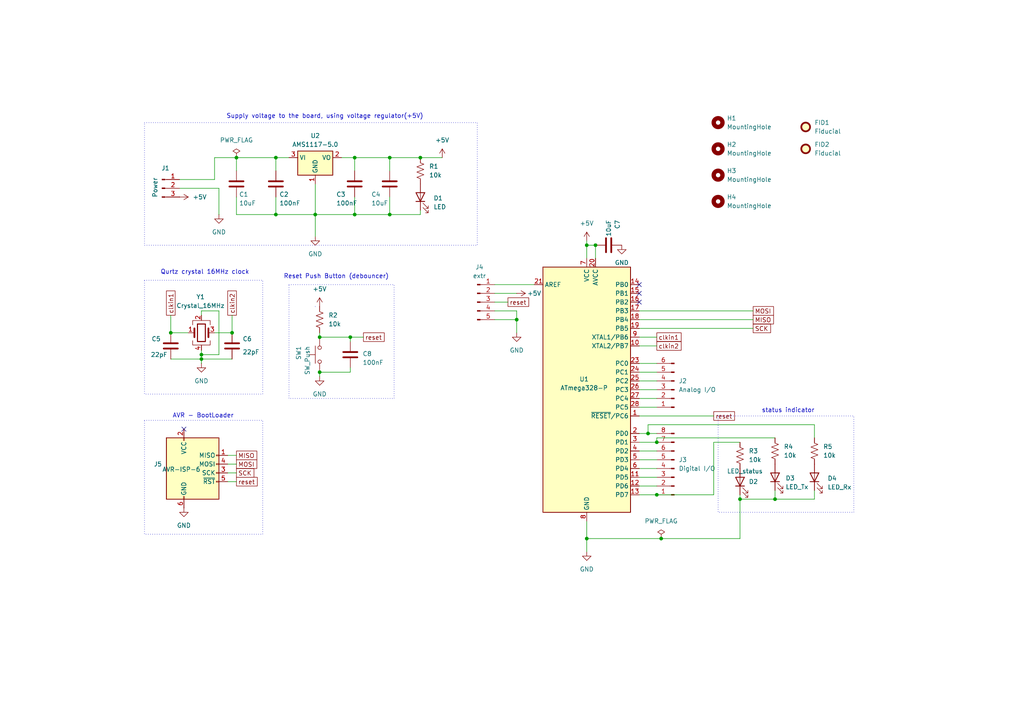
<source format=kicad_sch>
(kicad_sch
	(version 20231120)
	(generator "eeschema")
	(generator_version "8.0")
	(uuid "d4a3d1a0-eef8-467b-97d2-6064119e4c54")
	(paper "A4")
	(title_block
		(title "Y-Dyuthi: Atmega328P dev board")
		(date "2024-03-22")
	)
	(lib_symbols
		(symbol "AVR-ISP-6_1"
			(pin_names
				(offset 1.016)
			)
			(exclude_from_sim no)
			(in_bom yes)
			(on_board yes)
			(property "Reference" "J"
				(at -6.35 11.43 0)
				(effects
					(font
						(size 1.27 1.27)
					)
					(justify left)
				)
			)
			(property "Value" "AVR-ISP-6"
				(at 0 11.43 0)
				(effects
					(font
						(size 1.27 1.27)
					)
					(justify left)
				)
			)
			(property "Footprint" ""
				(at -6.35 1.27 90)
				(effects
					(font
						(size 1.27 1.27)
					)
					(hide yes)
				)
			)
			(property "Datasheet" " ~"
				(at -32.385 -13.97 0)
				(effects
					(font
						(size 1.27 1.27)
					)
					(hide yes)
				)
			)
			(property "Description" "Atmel 6-pin ISP connector"
				(at 0 0 0)
				(effects
					(font
						(size 1.27 1.27)
					)
					(hide yes)
				)
			)
			(property "ki_keywords" "AVR ISP Connector"
				(at 0 0 0)
				(effects
					(font
						(size 1.27 1.27)
					)
					(hide yes)
				)
			)
			(property "ki_fp_filters" "IDC?Header*2x03* Pin?Header*2x03*"
				(at 0 0 0)
				(effects
					(font
						(size 1.27 1.27)
					)
					(hide yes)
				)
			)
			(symbol "AVR-ISP-6_1_0_1"
				(rectangle
					(start -2.667 -6.858)
					(end -2.413 -7.62)
					(stroke
						(width 0)
						(type default)
					)
					(fill
						(type none)
					)
				)
				(rectangle
					(start -2.667 10.16)
					(end -2.413 9.398)
					(stroke
						(width 0)
						(type default)
					)
					(fill
						(type none)
					)
				)
				(rectangle
					(start 7.62 -2.413)
					(end 6.858 -2.667)
					(stroke
						(width 0)
						(type default)
					)
					(fill
						(type none)
					)
				)
				(rectangle
					(start 7.62 0.127)
					(end 6.858 -0.127)
					(stroke
						(width 0)
						(type default)
					)
					(fill
						(type none)
					)
				)
				(rectangle
					(start 7.62 2.667)
					(end 6.858 2.413)
					(stroke
						(width 0)
						(type default)
					)
					(fill
						(type none)
					)
				)
				(rectangle
					(start 7.62 5.207)
					(end 6.858 4.953)
					(stroke
						(width 0)
						(type default)
					)
					(fill
						(type none)
					)
				)
				(rectangle
					(start 7.62 10.16)
					(end -7.62 -7.62)
					(stroke
						(width 0.254)
						(type default)
					)
					(fill
						(type background)
					)
				)
			)
			(symbol "AVR-ISP-6_1_1_1"
				(pin passive line
					(at 10.16 5.08 180)
					(length 2.54)
					(name "MISO"
						(effects
							(font
								(size 1.27 1.27)
							)
						)
					)
					(number "1"
						(effects
							(font
								(size 1.27 1.27)
							)
						)
					)
				)
				(pin passive line
					(at -2.54 12.7 270)
					(length 2.54)
					(name "VCC"
						(effects
							(font
								(size 1.27 1.27)
							)
						)
					)
					(number "2"
						(effects
							(font
								(size 1.27 1.27)
							)
						)
					)
				)
				(pin passive line
					(at 10.16 0 180)
					(length 2.54)
					(name "SCK"
						(effects
							(font
								(size 1.27 1.27)
							)
						)
					)
					(number "3"
						(effects
							(font
								(size 1.27 1.27)
							)
						)
					)
				)
				(pin passive line
					(at 10.16 2.54 180)
					(length 2.54)
					(name "MOSI"
						(effects
							(font
								(size 1.27 1.27)
							)
						)
					)
					(number "4"
						(effects
							(font
								(size 1.27 1.27)
							)
						)
					)
				)
				(pin passive line
					(at 10.16 -2.54 180)
					(length 2.54)
					(name "~{RST}"
						(effects
							(font
								(size 1.27 1.27)
							)
						)
					)
					(number "5"
						(effects
							(font
								(size 1.27 1.27)
							)
						)
					)
				)
				(pin passive line
					(at -2.54 -10.16 90)
					(length 2.54)
					(name "GND"
						(effects
							(font
								(size 1.27 1.27)
							)
						)
					)
					(number "6"
						(effects
							(font
								(size 1.27 1.27)
							)
						)
					)
				)
			)
		)
		(symbol "Connector:Conn_01x03_Pin"
			(pin_names
				(offset 1.016) hide)
			(exclude_from_sim no)
			(in_bom yes)
			(on_board yes)
			(property "Reference" "J"
				(at 0 5.08 0)
				(effects
					(font
						(size 1.27 1.27)
					)
				)
			)
			(property "Value" "Conn_01x03_Pin"
				(at 0 -5.08 0)
				(effects
					(font
						(size 1.27 1.27)
					)
				)
			)
			(property "Footprint" ""
				(at 0 0 0)
				(effects
					(font
						(size 1.27 1.27)
					)
					(hide yes)
				)
			)
			(property "Datasheet" "~"
				(at 0 0 0)
				(effects
					(font
						(size 1.27 1.27)
					)
					(hide yes)
				)
			)
			(property "Description" "Generic connector, single row, 01x03, script generated"
				(at 0 0 0)
				(effects
					(font
						(size 1.27 1.27)
					)
					(hide yes)
				)
			)
			(property "ki_locked" ""
				(at 0 0 0)
				(effects
					(font
						(size 1.27 1.27)
					)
				)
			)
			(property "ki_keywords" "connector"
				(at 0 0 0)
				(effects
					(font
						(size 1.27 1.27)
					)
					(hide yes)
				)
			)
			(property "ki_fp_filters" "Connector*:*_1x??_*"
				(at 0 0 0)
				(effects
					(font
						(size 1.27 1.27)
					)
					(hide yes)
				)
			)
			(symbol "Conn_01x03_Pin_1_1"
				(polyline
					(pts
						(xy 1.27 -2.54) (xy 0.8636 -2.54)
					)
					(stroke
						(width 0.1524)
						(type default)
					)
					(fill
						(type none)
					)
				)
				(polyline
					(pts
						(xy 1.27 0) (xy 0.8636 0)
					)
					(stroke
						(width 0.1524)
						(type default)
					)
					(fill
						(type none)
					)
				)
				(polyline
					(pts
						(xy 1.27 2.54) (xy 0.8636 2.54)
					)
					(stroke
						(width 0.1524)
						(type default)
					)
					(fill
						(type none)
					)
				)
				(rectangle
					(start 0.8636 -2.413)
					(end 0 -2.667)
					(stroke
						(width 0.1524)
						(type default)
					)
					(fill
						(type outline)
					)
				)
				(rectangle
					(start 0.8636 0.127)
					(end 0 -0.127)
					(stroke
						(width 0.1524)
						(type default)
					)
					(fill
						(type outline)
					)
				)
				(rectangle
					(start 0.8636 2.667)
					(end 0 2.413)
					(stroke
						(width 0.1524)
						(type default)
					)
					(fill
						(type outline)
					)
				)
				(pin passive line
					(at 5.08 2.54 180)
					(length 3.81)
					(name "Pin_1"
						(effects
							(font
								(size 1.27 1.27)
							)
						)
					)
					(number "1"
						(effects
							(font
								(size 1.27 1.27)
							)
						)
					)
				)
				(pin passive line
					(at 5.08 0 180)
					(length 3.81)
					(name "Pin_2"
						(effects
							(font
								(size 1.27 1.27)
							)
						)
					)
					(number "2"
						(effects
							(font
								(size 1.27 1.27)
							)
						)
					)
				)
				(pin passive line
					(at 5.08 -2.54 180)
					(length 3.81)
					(name "Pin_3"
						(effects
							(font
								(size 1.27 1.27)
							)
						)
					)
					(number "3"
						(effects
							(font
								(size 1.27 1.27)
							)
						)
					)
				)
			)
		)
		(symbol "Connector:Conn_01x05_Pin"
			(pin_names
				(offset 1.016) hide)
			(exclude_from_sim no)
			(in_bom yes)
			(on_board yes)
			(property "Reference" "J"
				(at 0 7.62 0)
				(effects
					(font
						(size 1.27 1.27)
					)
				)
			)
			(property "Value" "Conn_01x05_Pin"
				(at 0 -7.62 0)
				(effects
					(font
						(size 1.27 1.27)
					)
				)
			)
			(property "Footprint" ""
				(at 0 0 0)
				(effects
					(font
						(size 1.27 1.27)
					)
					(hide yes)
				)
			)
			(property "Datasheet" "~"
				(at 0 0 0)
				(effects
					(font
						(size 1.27 1.27)
					)
					(hide yes)
				)
			)
			(property "Description" "Generic connector, single row, 01x05, script generated"
				(at 0 0 0)
				(effects
					(font
						(size 1.27 1.27)
					)
					(hide yes)
				)
			)
			(property "ki_locked" ""
				(at 0 0 0)
				(effects
					(font
						(size 1.27 1.27)
					)
				)
			)
			(property "ki_keywords" "connector"
				(at 0 0 0)
				(effects
					(font
						(size 1.27 1.27)
					)
					(hide yes)
				)
			)
			(property "ki_fp_filters" "Connector*:*_1x??_*"
				(at 0 0 0)
				(effects
					(font
						(size 1.27 1.27)
					)
					(hide yes)
				)
			)
			(symbol "Conn_01x05_Pin_1_1"
				(polyline
					(pts
						(xy 1.27 -5.08) (xy 0.8636 -5.08)
					)
					(stroke
						(width 0.1524)
						(type default)
					)
					(fill
						(type none)
					)
				)
				(polyline
					(pts
						(xy 1.27 -2.54) (xy 0.8636 -2.54)
					)
					(stroke
						(width 0.1524)
						(type default)
					)
					(fill
						(type none)
					)
				)
				(polyline
					(pts
						(xy 1.27 0) (xy 0.8636 0)
					)
					(stroke
						(width 0.1524)
						(type default)
					)
					(fill
						(type none)
					)
				)
				(polyline
					(pts
						(xy 1.27 2.54) (xy 0.8636 2.54)
					)
					(stroke
						(width 0.1524)
						(type default)
					)
					(fill
						(type none)
					)
				)
				(polyline
					(pts
						(xy 1.27 5.08) (xy 0.8636 5.08)
					)
					(stroke
						(width 0.1524)
						(type default)
					)
					(fill
						(type none)
					)
				)
				(rectangle
					(start 0.8636 -4.953)
					(end 0 -5.207)
					(stroke
						(width 0.1524)
						(type default)
					)
					(fill
						(type outline)
					)
				)
				(rectangle
					(start 0.8636 -2.413)
					(end 0 -2.667)
					(stroke
						(width 0.1524)
						(type default)
					)
					(fill
						(type outline)
					)
				)
				(rectangle
					(start 0.8636 0.127)
					(end 0 -0.127)
					(stroke
						(width 0.1524)
						(type default)
					)
					(fill
						(type outline)
					)
				)
				(rectangle
					(start 0.8636 2.667)
					(end 0 2.413)
					(stroke
						(width 0.1524)
						(type default)
					)
					(fill
						(type outline)
					)
				)
				(rectangle
					(start 0.8636 5.207)
					(end 0 4.953)
					(stroke
						(width 0.1524)
						(type default)
					)
					(fill
						(type outline)
					)
				)
				(pin passive line
					(at 5.08 5.08 180)
					(length 3.81)
					(name "Pin_1"
						(effects
							(font
								(size 1.27 1.27)
							)
						)
					)
					(number "1"
						(effects
							(font
								(size 1.27 1.27)
							)
						)
					)
				)
				(pin passive line
					(at 5.08 2.54 180)
					(length 3.81)
					(name "Pin_2"
						(effects
							(font
								(size 1.27 1.27)
							)
						)
					)
					(number "2"
						(effects
							(font
								(size 1.27 1.27)
							)
						)
					)
				)
				(pin passive line
					(at 5.08 0 180)
					(length 3.81)
					(name "Pin_3"
						(effects
							(font
								(size 1.27 1.27)
							)
						)
					)
					(number "3"
						(effects
							(font
								(size 1.27 1.27)
							)
						)
					)
				)
				(pin passive line
					(at 5.08 -2.54 180)
					(length 3.81)
					(name "Pin_4"
						(effects
							(font
								(size 1.27 1.27)
							)
						)
					)
					(number "4"
						(effects
							(font
								(size 1.27 1.27)
							)
						)
					)
				)
				(pin passive line
					(at 5.08 -5.08 180)
					(length 3.81)
					(name "Pin_5"
						(effects
							(font
								(size 1.27 1.27)
							)
						)
					)
					(number "5"
						(effects
							(font
								(size 1.27 1.27)
							)
						)
					)
				)
			)
		)
		(symbol "Connector:Conn_01x06_Pin"
			(pin_names
				(offset 1.016) hide)
			(exclude_from_sim no)
			(in_bom yes)
			(on_board yes)
			(property "Reference" "J"
				(at 0 7.62 0)
				(effects
					(font
						(size 1.27 1.27)
					)
				)
			)
			(property "Value" "Conn_01x06_Pin"
				(at 0 -10.16 0)
				(effects
					(font
						(size 1.27 1.27)
					)
				)
			)
			(property "Footprint" ""
				(at 0 0 0)
				(effects
					(font
						(size 1.27 1.27)
					)
					(hide yes)
				)
			)
			(property "Datasheet" "~"
				(at 0 0 0)
				(effects
					(font
						(size 1.27 1.27)
					)
					(hide yes)
				)
			)
			(property "Description" "Generic connector, single row, 01x06, script generated"
				(at 0 0 0)
				(effects
					(font
						(size 1.27 1.27)
					)
					(hide yes)
				)
			)
			(property "ki_locked" ""
				(at 0 0 0)
				(effects
					(font
						(size 1.27 1.27)
					)
				)
			)
			(property "ki_keywords" "connector"
				(at 0 0 0)
				(effects
					(font
						(size 1.27 1.27)
					)
					(hide yes)
				)
			)
			(property "ki_fp_filters" "Connector*:*_1x??_*"
				(at 0 0 0)
				(effects
					(font
						(size 1.27 1.27)
					)
					(hide yes)
				)
			)
			(symbol "Conn_01x06_Pin_1_1"
				(polyline
					(pts
						(xy 1.27 -7.62) (xy 0.8636 -7.62)
					)
					(stroke
						(width 0.1524)
						(type default)
					)
					(fill
						(type none)
					)
				)
				(polyline
					(pts
						(xy 1.27 -5.08) (xy 0.8636 -5.08)
					)
					(stroke
						(width 0.1524)
						(type default)
					)
					(fill
						(type none)
					)
				)
				(polyline
					(pts
						(xy 1.27 -2.54) (xy 0.8636 -2.54)
					)
					(stroke
						(width 0.1524)
						(type default)
					)
					(fill
						(type none)
					)
				)
				(polyline
					(pts
						(xy 1.27 0) (xy 0.8636 0)
					)
					(stroke
						(width 0.1524)
						(type default)
					)
					(fill
						(type none)
					)
				)
				(polyline
					(pts
						(xy 1.27 2.54) (xy 0.8636 2.54)
					)
					(stroke
						(width 0.1524)
						(type default)
					)
					(fill
						(type none)
					)
				)
				(polyline
					(pts
						(xy 1.27 5.08) (xy 0.8636 5.08)
					)
					(stroke
						(width 0.1524)
						(type default)
					)
					(fill
						(type none)
					)
				)
				(rectangle
					(start 0.8636 -7.493)
					(end 0 -7.747)
					(stroke
						(width 0.1524)
						(type default)
					)
					(fill
						(type outline)
					)
				)
				(rectangle
					(start 0.8636 -4.953)
					(end 0 -5.207)
					(stroke
						(width 0.1524)
						(type default)
					)
					(fill
						(type outline)
					)
				)
				(rectangle
					(start 0.8636 -2.413)
					(end 0 -2.667)
					(stroke
						(width 0.1524)
						(type default)
					)
					(fill
						(type outline)
					)
				)
				(rectangle
					(start 0.8636 0.127)
					(end 0 -0.127)
					(stroke
						(width 0.1524)
						(type default)
					)
					(fill
						(type outline)
					)
				)
				(rectangle
					(start 0.8636 2.667)
					(end 0 2.413)
					(stroke
						(width 0.1524)
						(type default)
					)
					(fill
						(type outline)
					)
				)
				(rectangle
					(start 0.8636 5.207)
					(end 0 4.953)
					(stroke
						(width 0.1524)
						(type default)
					)
					(fill
						(type outline)
					)
				)
				(pin passive line
					(at 5.08 5.08 180)
					(length 3.81)
					(name "Pin_1"
						(effects
							(font
								(size 1.27 1.27)
							)
						)
					)
					(number "1"
						(effects
							(font
								(size 1.27 1.27)
							)
						)
					)
				)
				(pin passive line
					(at 5.08 2.54 180)
					(length 3.81)
					(name "Pin_2"
						(effects
							(font
								(size 1.27 1.27)
							)
						)
					)
					(number "2"
						(effects
							(font
								(size 1.27 1.27)
							)
						)
					)
				)
				(pin passive line
					(at 5.08 0 180)
					(length 3.81)
					(name "Pin_3"
						(effects
							(font
								(size 1.27 1.27)
							)
						)
					)
					(number "3"
						(effects
							(font
								(size 1.27 1.27)
							)
						)
					)
				)
				(pin passive line
					(at 5.08 -2.54 180)
					(length 3.81)
					(name "Pin_4"
						(effects
							(font
								(size 1.27 1.27)
							)
						)
					)
					(number "4"
						(effects
							(font
								(size 1.27 1.27)
							)
						)
					)
				)
				(pin passive line
					(at 5.08 -5.08 180)
					(length 3.81)
					(name "Pin_5"
						(effects
							(font
								(size 1.27 1.27)
							)
						)
					)
					(number "5"
						(effects
							(font
								(size 1.27 1.27)
							)
						)
					)
				)
				(pin passive line
					(at 5.08 -7.62 180)
					(length 3.81)
					(name "Pin_6"
						(effects
							(font
								(size 1.27 1.27)
							)
						)
					)
					(number "6"
						(effects
							(font
								(size 1.27 1.27)
							)
						)
					)
				)
			)
		)
		(symbol "Connector:Conn_01x08_Pin"
			(pin_names
				(offset 1.016) hide)
			(exclude_from_sim no)
			(in_bom yes)
			(on_board yes)
			(property "Reference" "J"
				(at 0 10.16 0)
				(effects
					(font
						(size 1.27 1.27)
					)
				)
			)
			(property "Value" "Conn_01x08_Pin"
				(at 0 -12.7 0)
				(effects
					(font
						(size 1.27 1.27)
					)
				)
			)
			(property "Footprint" ""
				(at 0 0 0)
				(effects
					(font
						(size 1.27 1.27)
					)
					(hide yes)
				)
			)
			(property "Datasheet" "~"
				(at 0 0 0)
				(effects
					(font
						(size 1.27 1.27)
					)
					(hide yes)
				)
			)
			(property "Description" "Generic connector, single row, 01x08, script generated"
				(at 0 0 0)
				(effects
					(font
						(size 1.27 1.27)
					)
					(hide yes)
				)
			)
			(property "ki_locked" ""
				(at 0 0 0)
				(effects
					(font
						(size 1.27 1.27)
					)
				)
			)
			(property "ki_keywords" "connector"
				(at 0 0 0)
				(effects
					(font
						(size 1.27 1.27)
					)
					(hide yes)
				)
			)
			(property "ki_fp_filters" "Connector*:*_1x??_*"
				(at 0 0 0)
				(effects
					(font
						(size 1.27 1.27)
					)
					(hide yes)
				)
			)
			(symbol "Conn_01x08_Pin_1_1"
				(polyline
					(pts
						(xy 1.27 -10.16) (xy 0.8636 -10.16)
					)
					(stroke
						(width 0.1524)
						(type default)
					)
					(fill
						(type none)
					)
				)
				(polyline
					(pts
						(xy 1.27 -7.62) (xy 0.8636 -7.62)
					)
					(stroke
						(width 0.1524)
						(type default)
					)
					(fill
						(type none)
					)
				)
				(polyline
					(pts
						(xy 1.27 -5.08) (xy 0.8636 -5.08)
					)
					(stroke
						(width 0.1524)
						(type default)
					)
					(fill
						(type none)
					)
				)
				(polyline
					(pts
						(xy 1.27 -2.54) (xy 0.8636 -2.54)
					)
					(stroke
						(width 0.1524)
						(type default)
					)
					(fill
						(type none)
					)
				)
				(polyline
					(pts
						(xy 1.27 0) (xy 0.8636 0)
					)
					(stroke
						(width 0.1524)
						(type default)
					)
					(fill
						(type none)
					)
				)
				(polyline
					(pts
						(xy 1.27 2.54) (xy 0.8636 2.54)
					)
					(stroke
						(width 0.1524)
						(type default)
					)
					(fill
						(type none)
					)
				)
				(polyline
					(pts
						(xy 1.27 5.08) (xy 0.8636 5.08)
					)
					(stroke
						(width 0.1524)
						(type default)
					)
					(fill
						(type none)
					)
				)
				(polyline
					(pts
						(xy 1.27 7.62) (xy 0.8636 7.62)
					)
					(stroke
						(width 0.1524)
						(type default)
					)
					(fill
						(type none)
					)
				)
				(rectangle
					(start 0.8636 -10.033)
					(end 0 -10.287)
					(stroke
						(width 0.1524)
						(type default)
					)
					(fill
						(type outline)
					)
				)
				(rectangle
					(start 0.8636 -7.493)
					(end 0 -7.747)
					(stroke
						(width 0.1524)
						(type default)
					)
					(fill
						(type outline)
					)
				)
				(rectangle
					(start 0.8636 -4.953)
					(end 0 -5.207)
					(stroke
						(width 0.1524)
						(type default)
					)
					(fill
						(type outline)
					)
				)
				(rectangle
					(start 0.8636 -2.413)
					(end 0 -2.667)
					(stroke
						(width 0.1524)
						(type default)
					)
					(fill
						(type outline)
					)
				)
				(rectangle
					(start 0.8636 0.127)
					(end 0 -0.127)
					(stroke
						(width 0.1524)
						(type default)
					)
					(fill
						(type outline)
					)
				)
				(rectangle
					(start 0.8636 2.667)
					(end 0 2.413)
					(stroke
						(width 0.1524)
						(type default)
					)
					(fill
						(type outline)
					)
				)
				(rectangle
					(start 0.8636 5.207)
					(end 0 4.953)
					(stroke
						(width 0.1524)
						(type default)
					)
					(fill
						(type outline)
					)
				)
				(rectangle
					(start 0.8636 7.747)
					(end 0 7.493)
					(stroke
						(width 0.1524)
						(type default)
					)
					(fill
						(type outline)
					)
				)
				(pin passive line
					(at 5.08 7.62 180)
					(length 3.81)
					(name "Pin_1"
						(effects
							(font
								(size 1.27 1.27)
							)
						)
					)
					(number "1"
						(effects
							(font
								(size 1.27 1.27)
							)
						)
					)
				)
				(pin passive line
					(at 5.08 5.08 180)
					(length 3.81)
					(name "Pin_2"
						(effects
							(font
								(size 1.27 1.27)
							)
						)
					)
					(number "2"
						(effects
							(font
								(size 1.27 1.27)
							)
						)
					)
				)
				(pin passive line
					(at 5.08 2.54 180)
					(length 3.81)
					(name "Pin_3"
						(effects
							(font
								(size 1.27 1.27)
							)
						)
					)
					(number "3"
						(effects
							(font
								(size 1.27 1.27)
							)
						)
					)
				)
				(pin passive line
					(at 5.08 0 180)
					(length 3.81)
					(name "Pin_4"
						(effects
							(font
								(size 1.27 1.27)
							)
						)
					)
					(number "4"
						(effects
							(font
								(size 1.27 1.27)
							)
						)
					)
				)
				(pin passive line
					(at 5.08 -2.54 180)
					(length 3.81)
					(name "Pin_5"
						(effects
							(font
								(size 1.27 1.27)
							)
						)
					)
					(number "5"
						(effects
							(font
								(size 1.27 1.27)
							)
						)
					)
				)
				(pin passive line
					(at 5.08 -5.08 180)
					(length 3.81)
					(name "Pin_6"
						(effects
							(font
								(size 1.27 1.27)
							)
						)
					)
					(number "6"
						(effects
							(font
								(size 1.27 1.27)
							)
						)
					)
				)
				(pin passive line
					(at 5.08 -7.62 180)
					(length 3.81)
					(name "Pin_7"
						(effects
							(font
								(size 1.27 1.27)
							)
						)
					)
					(number "7"
						(effects
							(font
								(size 1.27 1.27)
							)
						)
					)
				)
				(pin passive line
					(at 5.08 -10.16 180)
					(length 3.81)
					(name "Pin_8"
						(effects
							(font
								(size 1.27 1.27)
							)
						)
					)
					(number "8"
						(effects
							(font
								(size 1.27 1.27)
							)
						)
					)
				)
			)
		)
		(symbol "Device:C"
			(pin_numbers hide)
			(pin_names
				(offset 0.254)
			)
			(exclude_from_sim no)
			(in_bom yes)
			(on_board yes)
			(property "Reference" "C"
				(at 0.635 2.54 0)
				(effects
					(font
						(size 1.27 1.27)
					)
					(justify left)
				)
			)
			(property "Value" "C"
				(at 0.635 -2.54 0)
				(effects
					(font
						(size 1.27 1.27)
					)
					(justify left)
				)
			)
			(property "Footprint" ""
				(at 0.9652 -3.81 0)
				(effects
					(font
						(size 1.27 1.27)
					)
					(hide yes)
				)
			)
			(property "Datasheet" "~"
				(at 0 0 0)
				(effects
					(font
						(size 1.27 1.27)
					)
					(hide yes)
				)
			)
			(property "Description" "Unpolarized capacitor"
				(at 0 0 0)
				(effects
					(font
						(size 1.27 1.27)
					)
					(hide yes)
				)
			)
			(property "ki_keywords" "cap capacitor"
				(at 0 0 0)
				(effects
					(font
						(size 1.27 1.27)
					)
					(hide yes)
				)
			)
			(property "ki_fp_filters" "C_*"
				(at 0 0 0)
				(effects
					(font
						(size 1.27 1.27)
					)
					(hide yes)
				)
			)
			(symbol "C_0_1"
				(polyline
					(pts
						(xy -2.032 -0.762) (xy 2.032 -0.762)
					)
					(stroke
						(width 0.508)
						(type default)
					)
					(fill
						(type none)
					)
				)
				(polyline
					(pts
						(xy -2.032 0.762) (xy 2.032 0.762)
					)
					(stroke
						(width 0.508)
						(type default)
					)
					(fill
						(type none)
					)
				)
			)
			(symbol "C_1_1"
				(pin passive line
					(at 0 3.81 270)
					(length 2.794)
					(name "~"
						(effects
							(font
								(size 1.27 1.27)
							)
						)
					)
					(number "1"
						(effects
							(font
								(size 1.27 1.27)
							)
						)
					)
				)
				(pin passive line
					(at 0 -3.81 90)
					(length 2.794)
					(name "~"
						(effects
							(font
								(size 1.27 1.27)
							)
						)
					)
					(number "2"
						(effects
							(font
								(size 1.27 1.27)
							)
						)
					)
				)
			)
		)
		(symbol "Device:Crystal_GND24"
			(pin_names
				(offset 1.016) hide)
			(exclude_from_sim no)
			(in_bom yes)
			(on_board yes)
			(property "Reference" "Y"
				(at 3.175 5.08 0)
				(effects
					(font
						(size 1.27 1.27)
					)
					(justify left)
				)
			)
			(property "Value" "Crystal_GND24"
				(at 3.175 3.175 0)
				(effects
					(font
						(size 1.27 1.27)
					)
					(justify left)
				)
			)
			(property "Footprint" ""
				(at 0 0 0)
				(effects
					(font
						(size 1.27 1.27)
					)
					(hide yes)
				)
			)
			(property "Datasheet" "~"
				(at 0 0 0)
				(effects
					(font
						(size 1.27 1.27)
					)
					(hide yes)
				)
			)
			(property "Description" "Four pin crystal, GND on pins 2 and 4"
				(at 0 0 0)
				(effects
					(font
						(size 1.27 1.27)
					)
					(hide yes)
				)
			)
			(property "ki_keywords" "quartz ceramic resonator oscillator"
				(at 0 0 0)
				(effects
					(font
						(size 1.27 1.27)
					)
					(hide yes)
				)
			)
			(property "ki_fp_filters" "Crystal*"
				(at 0 0 0)
				(effects
					(font
						(size 1.27 1.27)
					)
					(hide yes)
				)
			)
			(symbol "Crystal_GND24_0_1"
				(rectangle
					(start -1.143 2.54)
					(end 1.143 -2.54)
					(stroke
						(width 0.3048)
						(type default)
					)
					(fill
						(type none)
					)
				)
				(polyline
					(pts
						(xy -2.54 0) (xy -2.032 0)
					)
					(stroke
						(width 0)
						(type default)
					)
					(fill
						(type none)
					)
				)
				(polyline
					(pts
						(xy -2.032 -1.27) (xy -2.032 1.27)
					)
					(stroke
						(width 0.508)
						(type default)
					)
					(fill
						(type none)
					)
				)
				(polyline
					(pts
						(xy 0 -3.81) (xy 0 -3.556)
					)
					(stroke
						(width 0)
						(type default)
					)
					(fill
						(type none)
					)
				)
				(polyline
					(pts
						(xy 0 3.556) (xy 0 3.81)
					)
					(stroke
						(width 0)
						(type default)
					)
					(fill
						(type none)
					)
				)
				(polyline
					(pts
						(xy 2.032 -1.27) (xy 2.032 1.27)
					)
					(stroke
						(width 0.508)
						(type default)
					)
					(fill
						(type none)
					)
				)
				(polyline
					(pts
						(xy 2.032 0) (xy 2.54 0)
					)
					(stroke
						(width 0)
						(type default)
					)
					(fill
						(type none)
					)
				)
				(polyline
					(pts
						(xy -2.54 -2.286) (xy -2.54 -3.556) (xy 2.54 -3.556) (xy 2.54 -2.286)
					)
					(stroke
						(width 0)
						(type default)
					)
					(fill
						(type none)
					)
				)
				(polyline
					(pts
						(xy -2.54 2.286) (xy -2.54 3.556) (xy 2.54 3.556) (xy 2.54 2.286)
					)
					(stroke
						(width 0)
						(type default)
					)
					(fill
						(type none)
					)
				)
			)
			(symbol "Crystal_GND24_1_1"
				(pin passive line
					(at -3.81 0 0)
					(length 1.27)
					(name "1"
						(effects
							(font
								(size 1.27 1.27)
							)
						)
					)
					(number "1"
						(effects
							(font
								(size 1.27 1.27)
							)
						)
					)
				)
				(pin passive line
					(at 0 5.08 270)
					(length 1.27)
					(name "2"
						(effects
							(font
								(size 1.27 1.27)
							)
						)
					)
					(number "2"
						(effects
							(font
								(size 1.27 1.27)
							)
						)
					)
				)
				(pin passive line
					(at 3.81 0 180)
					(length 1.27)
					(name "3"
						(effects
							(font
								(size 1.27 1.27)
							)
						)
					)
					(number "3"
						(effects
							(font
								(size 1.27 1.27)
							)
						)
					)
				)
				(pin passive line
					(at 0 -5.08 90)
					(length 1.27)
					(name "4"
						(effects
							(font
								(size 1.27 1.27)
							)
						)
					)
					(number "4"
						(effects
							(font
								(size 1.27 1.27)
							)
						)
					)
				)
			)
		)
		(symbol "Device:LED"
			(pin_numbers hide)
			(pin_names
				(offset 1.016) hide)
			(exclude_from_sim no)
			(in_bom yes)
			(on_board yes)
			(property "Reference" "D"
				(at 0 2.54 0)
				(effects
					(font
						(size 1.27 1.27)
					)
				)
			)
			(property "Value" "LED"
				(at 0 -2.54 0)
				(effects
					(font
						(size 1.27 1.27)
					)
				)
			)
			(property "Footprint" ""
				(at 0 0 0)
				(effects
					(font
						(size 1.27 1.27)
					)
					(hide yes)
				)
			)
			(property "Datasheet" "~"
				(at 0 0 0)
				(effects
					(font
						(size 1.27 1.27)
					)
					(hide yes)
				)
			)
			(property "Description" "Light emitting diode"
				(at 0 0 0)
				(effects
					(font
						(size 1.27 1.27)
					)
					(hide yes)
				)
			)
			(property "ki_keywords" "LED diode"
				(at 0 0 0)
				(effects
					(font
						(size 1.27 1.27)
					)
					(hide yes)
				)
			)
			(property "ki_fp_filters" "LED* LED_SMD:* LED_THT:*"
				(at 0 0 0)
				(effects
					(font
						(size 1.27 1.27)
					)
					(hide yes)
				)
			)
			(symbol "LED_0_1"
				(polyline
					(pts
						(xy -1.27 -1.27) (xy -1.27 1.27)
					)
					(stroke
						(width 0.254)
						(type default)
					)
					(fill
						(type none)
					)
				)
				(polyline
					(pts
						(xy -1.27 0) (xy 1.27 0)
					)
					(stroke
						(width 0)
						(type default)
					)
					(fill
						(type none)
					)
				)
				(polyline
					(pts
						(xy 1.27 -1.27) (xy 1.27 1.27) (xy -1.27 0) (xy 1.27 -1.27)
					)
					(stroke
						(width 0.254)
						(type default)
					)
					(fill
						(type none)
					)
				)
				(polyline
					(pts
						(xy -3.048 -0.762) (xy -4.572 -2.286) (xy -3.81 -2.286) (xy -4.572 -2.286) (xy -4.572 -1.524)
					)
					(stroke
						(width 0)
						(type default)
					)
					(fill
						(type none)
					)
				)
				(polyline
					(pts
						(xy -1.778 -0.762) (xy -3.302 -2.286) (xy -2.54 -2.286) (xy -3.302 -2.286) (xy -3.302 -1.524)
					)
					(stroke
						(width 0)
						(type default)
					)
					(fill
						(type none)
					)
				)
			)
			(symbol "LED_1_1"
				(pin passive line
					(at -3.81 0 0)
					(length 2.54)
					(name "K"
						(effects
							(font
								(size 1.27 1.27)
							)
						)
					)
					(number "1"
						(effects
							(font
								(size 1.27 1.27)
							)
						)
					)
				)
				(pin passive line
					(at 3.81 0 180)
					(length 2.54)
					(name "A"
						(effects
							(font
								(size 1.27 1.27)
							)
						)
					)
					(number "2"
						(effects
							(font
								(size 1.27 1.27)
							)
						)
					)
				)
			)
		)
		(symbol "Device:R_US"
			(pin_numbers hide)
			(pin_names
				(offset 0)
			)
			(exclude_from_sim no)
			(in_bom yes)
			(on_board yes)
			(property "Reference" "R"
				(at 2.54 0 90)
				(effects
					(font
						(size 1.27 1.27)
					)
				)
			)
			(property "Value" "R_US"
				(at -2.54 0 90)
				(effects
					(font
						(size 1.27 1.27)
					)
				)
			)
			(property "Footprint" ""
				(at 1.016 -0.254 90)
				(effects
					(font
						(size 1.27 1.27)
					)
					(hide yes)
				)
			)
			(property "Datasheet" "~"
				(at 0 0 0)
				(effects
					(font
						(size 1.27 1.27)
					)
					(hide yes)
				)
			)
			(property "Description" "Resistor, US symbol"
				(at 0 0 0)
				(effects
					(font
						(size 1.27 1.27)
					)
					(hide yes)
				)
			)
			(property "ki_keywords" "R res resistor"
				(at 0 0 0)
				(effects
					(font
						(size 1.27 1.27)
					)
					(hide yes)
				)
			)
			(property "ki_fp_filters" "R_*"
				(at 0 0 0)
				(effects
					(font
						(size 1.27 1.27)
					)
					(hide yes)
				)
			)
			(symbol "R_US_0_1"
				(polyline
					(pts
						(xy 0 -2.286) (xy 0 -2.54)
					)
					(stroke
						(width 0)
						(type default)
					)
					(fill
						(type none)
					)
				)
				(polyline
					(pts
						(xy 0 2.286) (xy 0 2.54)
					)
					(stroke
						(width 0)
						(type default)
					)
					(fill
						(type none)
					)
				)
				(polyline
					(pts
						(xy 0 -0.762) (xy 1.016 -1.143) (xy 0 -1.524) (xy -1.016 -1.905) (xy 0 -2.286)
					)
					(stroke
						(width 0)
						(type default)
					)
					(fill
						(type none)
					)
				)
				(polyline
					(pts
						(xy 0 0.762) (xy 1.016 0.381) (xy 0 0) (xy -1.016 -0.381) (xy 0 -0.762)
					)
					(stroke
						(width 0)
						(type default)
					)
					(fill
						(type none)
					)
				)
				(polyline
					(pts
						(xy 0 2.286) (xy 1.016 1.905) (xy 0 1.524) (xy -1.016 1.143) (xy 0 0.762)
					)
					(stroke
						(width 0)
						(type default)
					)
					(fill
						(type none)
					)
				)
			)
			(symbol "R_US_1_1"
				(pin passive line
					(at 0 3.81 270)
					(length 1.27)
					(name "~"
						(effects
							(font
								(size 1.27 1.27)
							)
						)
					)
					(number "1"
						(effects
							(font
								(size 1.27 1.27)
							)
						)
					)
				)
				(pin passive line
					(at 0 -3.81 90)
					(length 1.27)
					(name "~"
						(effects
							(font
								(size 1.27 1.27)
							)
						)
					)
					(number "2"
						(effects
							(font
								(size 1.27 1.27)
							)
						)
					)
				)
			)
		)
		(symbol "MCU_Microchip_ATmega:ATmega328-P"
			(exclude_from_sim no)
			(in_bom yes)
			(on_board yes)
			(property "Reference" "U"
				(at -12.7 36.83 0)
				(effects
					(font
						(size 1.27 1.27)
					)
					(justify left bottom)
				)
			)
			(property "Value" "ATmega328-P"
				(at 2.54 -36.83 0)
				(effects
					(font
						(size 1.27 1.27)
					)
					(justify left top)
				)
			)
			(property "Footprint" "Package_DIP:DIP-28_W7.62mm"
				(at 0 0 0)
				(effects
					(font
						(size 1.27 1.27)
						(italic yes)
					)
					(hide yes)
				)
			)
			(property "Datasheet" "http://ww1.microchip.com/downloads/en/DeviceDoc/ATmega328_P%20AVR%20MCU%20with%20picoPower%20Technology%20Data%20Sheet%2040001984A.pdf"
				(at 0 0 0)
				(effects
					(font
						(size 1.27 1.27)
					)
					(hide yes)
				)
			)
			(property "Description" "20MHz, 32kB Flash, 2kB SRAM, 1kB EEPROM, DIP-28"
				(at 0 0 0)
				(effects
					(font
						(size 1.27 1.27)
					)
					(hide yes)
				)
			)
			(property "ki_keywords" "AVR 8bit Microcontroller MegaAVR"
				(at 0 0 0)
				(effects
					(font
						(size 1.27 1.27)
					)
					(hide yes)
				)
			)
			(property "ki_fp_filters" "DIP*W7.62mm*"
				(at 0 0 0)
				(effects
					(font
						(size 1.27 1.27)
					)
					(hide yes)
				)
			)
			(symbol "ATmega328-P_0_1"
				(rectangle
					(start -12.7 -35.56)
					(end 12.7 35.56)
					(stroke
						(width 0.254)
						(type default)
					)
					(fill
						(type background)
					)
				)
			)
			(symbol "ATmega328-P_1_1"
				(pin bidirectional line
					(at 15.24 -7.62 180)
					(length 2.54)
					(name "~{RESET}/PC6"
						(effects
							(font
								(size 1.27 1.27)
							)
						)
					)
					(number "1"
						(effects
							(font
								(size 1.27 1.27)
							)
						)
					)
				)
				(pin bidirectional line
					(at 15.24 12.7 180)
					(length 2.54)
					(name "XTAL2/PB7"
						(effects
							(font
								(size 1.27 1.27)
							)
						)
					)
					(number "10"
						(effects
							(font
								(size 1.27 1.27)
							)
						)
					)
				)
				(pin bidirectional line
					(at 15.24 -25.4 180)
					(length 2.54)
					(name "PD5"
						(effects
							(font
								(size 1.27 1.27)
							)
						)
					)
					(number "11"
						(effects
							(font
								(size 1.27 1.27)
							)
						)
					)
				)
				(pin bidirectional line
					(at 15.24 -27.94 180)
					(length 2.54)
					(name "PD6"
						(effects
							(font
								(size 1.27 1.27)
							)
						)
					)
					(number "12"
						(effects
							(font
								(size 1.27 1.27)
							)
						)
					)
				)
				(pin bidirectional line
					(at 15.24 -30.48 180)
					(length 2.54)
					(name "PD7"
						(effects
							(font
								(size 1.27 1.27)
							)
						)
					)
					(number "13"
						(effects
							(font
								(size 1.27 1.27)
							)
						)
					)
				)
				(pin bidirectional line
					(at 15.24 30.48 180)
					(length 2.54)
					(name "PB0"
						(effects
							(font
								(size 1.27 1.27)
							)
						)
					)
					(number "14"
						(effects
							(font
								(size 1.27 1.27)
							)
						)
					)
				)
				(pin bidirectional line
					(at 15.24 27.94 180)
					(length 2.54)
					(name "PB1"
						(effects
							(font
								(size 1.27 1.27)
							)
						)
					)
					(number "15"
						(effects
							(font
								(size 1.27 1.27)
							)
						)
					)
				)
				(pin bidirectional line
					(at 15.24 25.4 180)
					(length 2.54)
					(name "PB2"
						(effects
							(font
								(size 1.27 1.27)
							)
						)
					)
					(number "16"
						(effects
							(font
								(size 1.27 1.27)
							)
						)
					)
				)
				(pin bidirectional line
					(at 15.24 22.86 180)
					(length 2.54)
					(name "PB3"
						(effects
							(font
								(size 1.27 1.27)
							)
						)
					)
					(number "17"
						(effects
							(font
								(size 1.27 1.27)
							)
						)
					)
				)
				(pin bidirectional line
					(at 15.24 20.32 180)
					(length 2.54)
					(name "PB4"
						(effects
							(font
								(size 1.27 1.27)
							)
						)
					)
					(number "18"
						(effects
							(font
								(size 1.27 1.27)
							)
						)
					)
				)
				(pin bidirectional line
					(at 15.24 17.78 180)
					(length 2.54)
					(name "PB5"
						(effects
							(font
								(size 1.27 1.27)
							)
						)
					)
					(number "19"
						(effects
							(font
								(size 1.27 1.27)
							)
						)
					)
				)
				(pin bidirectional line
					(at 15.24 -12.7 180)
					(length 2.54)
					(name "PD0"
						(effects
							(font
								(size 1.27 1.27)
							)
						)
					)
					(number "2"
						(effects
							(font
								(size 1.27 1.27)
							)
						)
					)
				)
				(pin power_in line
					(at 2.54 38.1 270)
					(length 2.54)
					(name "AVCC"
						(effects
							(font
								(size 1.27 1.27)
							)
						)
					)
					(number "20"
						(effects
							(font
								(size 1.27 1.27)
							)
						)
					)
				)
				(pin passive line
					(at -15.24 30.48 0)
					(length 2.54)
					(name "AREF"
						(effects
							(font
								(size 1.27 1.27)
							)
						)
					)
					(number "21"
						(effects
							(font
								(size 1.27 1.27)
							)
						)
					)
				)
				(pin passive line
					(at 0 -38.1 90)
					(length 2.54) hide
					(name "GND"
						(effects
							(font
								(size 1.27 1.27)
							)
						)
					)
					(number "22"
						(effects
							(font
								(size 1.27 1.27)
							)
						)
					)
				)
				(pin bidirectional line
					(at 15.24 7.62 180)
					(length 2.54)
					(name "PC0"
						(effects
							(font
								(size 1.27 1.27)
							)
						)
					)
					(number "23"
						(effects
							(font
								(size 1.27 1.27)
							)
						)
					)
				)
				(pin bidirectional line
					(at 15.24 5.08 180)
					(length 2.54)
					(name "PC1"
						(effects
							(font
								(size 1.27 1.27)
							)
						)
					)
					(number "24"
						(effects
							(font
								(size 1.27 1.27)
							)
						)
					)
				)
				(pin bidirectional line
					(at 15.24 2.54 180)
					(length 2.54)
					(name "PC2"
						(effects
							(font
								(size 1.27 1.27)
							)
						)
					)
					(number "25"
						(effects
							(font
								(size 1.27 1.27)
							)
						)
					)
				)
				(pin bidirectional line
					(at 15.24 0 180)
					(length 2.54)
					(name "PC3"
						(effects
							(font
								(size 1.27 1.27)
							)
						)
					)
					(number "26"
						(effects
							(font
								(size 1.27 1.27)
							)
						)
					)
				)
				(pin bidirectional line
					(at 15.24 -2.54 180)
					(length 2.54)
					(name "PC4"
						(effects
							(font
								(size 1.27 1.27)
							)
						)
					)
					(number "27"
						(effects
							(font
								(size 1.27 1.27)
							)
						)
					)
				)
				(pin bidirectional line
					(at 15.24 -5.08 180)
					(length 2.54)
					(name "PC5"
						(effects
							(font
								(size 1.27 1.27)
							)
						)
					)
					(number "28"
						(effects
							(font
								(size 1.27 1.27)
							)
						)
					)
				)
				(pin bidirectional line
					(at 15.24 -15.24 180)
					(length 2.54)
					(name "PD1"
						(effects
							(font
								(size 1.27 1.27)
							)
						)
					)
					(number "3"
						(effects
							(font
								(size 1.27 1.27)
							)
						)
					)
				)
				(pin bidirectional line
					(at 15.24 -17.78 180)
					(length 2.54)
					(name "PD2"
						(effects
							(font
								(size 1.27 1.27)
							)
						)
					)
					(number "4"
						(effects
							(font
								(size 1.27 1.27)
							)
						)
					)
				)
				(pin bidirectional line
					(at 15.24 -20.32 180)
					(length 2.54)
					(name "PD3"
						(effects
							(font
								(size 1.27 1.27)
							)
						)
					)
					(number "5"
						(effects
							(font
								(size 1.27 1.27)
							)
						)
					)
				)
				(pin bidirectional line
					(at 15.24 -22.86 180)
					(length 2.54)
					(name "PD4"
						(effects
							(font
								(size 1.27 1.27)
							)
						)
					)
					(number "6"
						(effects
							(font
								(size 1.27 1.27)
							)
						)
					)
				)
				(pin power_in line
					(at 0 38.1 270)
					(length 2.54)
					(name "VCC"
						(effects
							(font
								(size 1.27 1.27)
							)
						)
					)
					(number "7"
						(effects
							(font
								(size 1.27 1.27)
							)
						)
					)
				)
				(pin power_in line
					(at 0 -38.1 90)
					(length 2.54)
					(name "GND"
						(effects
							(font
								(size 1.27 1.27)
							)
						)
					)
					(number "8"
						(effects
							(font
								(size 1.27 1.27)
							)
						)
					)
				)
				(pin bidirectional line
					(at 15.24 15.24 180)
					(length 2.54)
					(name "XTAL1/PB6"
						(effects
							(font
								(size 1.27 1.27)
							)
						)
					)
					(number "9"
						(effects
							(font
								(size 1.27 1.27)
							)
						)
					)
				)
			)
		)
		(symbol "Mechanical:Fiducial"
			(exclude_from_sim yes)
			(in_bom no)
			(on_board yes)
			(property "Reference" "FID"
				(at 0 5.08 0)
				(effects
					(font
						(size 1.27 1.27)
					)
				)
			)
			(property "Value" "Fiducial"
				(at 0 3.175 0)
				(effects
					(font
						(size 1.27 1.27)
					)
				)
			)
			(property "Footprint" ""
				(at 0 0 0)
				(effects
					(font
						(size 1.27 1.27)
					)
					(hide yes)
				)
			)
			(property "Datasheet" "~"
				(at 0 0 0)
				(effects
					(font
						(size 1.27 1.27)
					)
					(hide yes)
				)
			)
			(property "Description" "Fiducial Marker"
				(at 0 0 0)
				(effects
					(font
						(size 1.27 1.27)
					)
					(hide yes)
				)
			)
			(property "ki_keywords" "fiducial marker"
				(at 0 0 0)
				(effects
					(font
						(size 1.27 1.27)
					)
					(hide yes)
				)
			)
			(property "ki_fp_filters" "Fiducial*"
				(at 0 0 0)
				(effects
					(font
						(size 1.27 1.27)
					)
					(hide yes)
				)
			)
			(symbol "Fiducial_0_1"
				(circle
					(center 0 0)
					(radius 1.27)
					(stroke
						(width 0.508)
						(type default)
					)
					(fill
						(type background)
					)
				)
			)
		)
		(symbol "Mechanical:MountingHole"
			(pin_names
				(offset 1.016)
			)
			(exclude_from_sim yes)
			(in_bom no)
			(on_board yes)
			(property "Reference" "H"
				(at 0 5.08 0)
				(effects
					(font
						(size 1.27 1.27)
					)
				)
			)
			(property "Value" "MountingHole"
				(at 0 3.175 0)
				(effects
					(font
						(size 1.27 1.27)
					)
				)
			)
			(property "Footprint" ""
				(at 0 0 0)
				(effects
					(font
						(size 1.27 1.27)
					)
					(hide yes)
				)
			)
			(property "Datasheet" "~"
				(at 0 0 0)
				(effects
					(font
						(size 1.27 1.27)
					)
					(hide yes)
				)
			)
			(property "Description" "Mounting Hole without connection"
				(at 0 0 0)
				(effects
					(font
						(size 1.27 1.27)
					)
					(hide yes)
				)
			)
			(property "ki_keywords" "mounting hole"
				(at 0 0 0)
				(effects
					(font
						(size 1.27 1.27)
					)
					(hide yes)
				)
			)
			(property "ki_fp_filters" "MountingHole*"
				(at 0 0 0)
				(effects
					(font
						(size 1.27 1.27)
					)
					(hide yes)
				)
			)
			(symbol "MountingHole_0_1"
				(circle
					(center 0 0)
					(radius 1.27)
					(stroke
						(width 1.27)
						(type default)
					)
					(fill
						(type none)
					)
				)
			)
		)
		(symbol "Regulator_Linear:AMS1117-5.0"
			(exclude_from_sim no)
			(in_bom yes)
			(on_board yes)
			(property "Reference" "U"
				(at -3.81 3.175 0)
				(effects
					(font
						(size 1.27 1.27)
					)
				)
			)
			(property "Value" "AMS1117-5.0"
				(at 0 3.175 0)
				(effects
					(font
						(size 1.27 1.27)
					)
					(justify left)
				)
			)
			(property "Footprint" "Package_TO_SOT_SMD:SOT-223-3_TabPin2"
				(at 0 5.08 0)
				(effects
					(font
						(size 1.27 1.27)
					)
					(hide yes)
				)
			)
			(property "Datasheet" "http://www.advanced-monolithic.com/pdf/ds1117.pdf"
				(at 2.54 -6.35 0)
				(effects
					(font
						(size 1.27 1.27)
					)
					(hide yes)
				)
			)
			(property "Description" "1A Low Dropout regulator, positive, 5.0V fixed output, SOT-223"
				(at 0 0 0)
				(effects
					(font
						(size 1.27 1.27)
					)
					(hide yes)
				)
			)
			(property "ki_keywords" "linear regulator ldo fixed positive"
				(at 0 0 0)
				(effects
					(font
						(size 1.27 1.27)
					)
					(hide yes)
				)
			)
			(property "ki_fp_filters" "SOT?223*TabPin2*"
				(at 0 0 0)
				(effects
					(font
						(size 1.27 1.27)
					)
					(hide yes)
				)
			)
			(symbol "AMS1117-5.0_0_1"
				(rectangle
					(start -5.08 -5.08)
					(end 5.08 1.905)
					(stroke
						(width 0.254)
						(type default)
					)
					(fill
						(type background)
					)
				)
			)
			(symbol "AMS1117-5.0_1_1"
				(pin power_in line
					(at 0 -7.62 90)
					(length 2.54)
					(name "GND"
						(effects
							(font
								(size 1.27 1.27)
							)
						)
					)
					(number "1"
						(effects
							(font
								(size 1.27 1.27)
							)
						)
					)
				)
				(pin power_out line
					(at 7.62 0 180)
					(length 2.54)
					(name "VO"
						(effects
							(font
								(size 1.27 1.27)
							)
						)
					)
					(number "2"
						(effects
							(font
								(size 1.27 1.27)
							)
						)
					)
				)
				(pin power_in line
					(at -7.62 0 0)
					(length 2.54)
					(name "VI"
						(effects
							(font
								(size 1.27 1.27)
							)
						)
					)
					(number "3"
						(effects
							(font
								(size 1.27 1.27)
							)
						)
					)
				)
			)
		)
		(symbol "Switch:SW_Push"
			(pin_numbers hide)
			(pin_names
				(offset 1.016) hide)
			(exclude_from_sim no)
			(in_bom yes)
			(on_board yes)
			(property "Reference" "SW"
				(at 1.27 2.54 0)
				(effects
					(font
						(size 1.27 1.27)
					)
					(justify left)
				)
			)
			(property "Value" "SW_Push"
				(at 0 -1.524 0)
				(effects
					(font
						(size 1.27 1.27)
					)
				)
			)
			(property "Footprint" ""
				(at 0 5.08 0)
				(effects
					(font
						(size 1.27 1.27)
					)
					(hide yes)
				)
			)
			(property "Datasheet" "~"
				(at 0 5.08 0)
				(effects
					(font
						(size 1.27 1.27)
					)
					(hide yes)
				)
			)
			(property "Description" "Push button switch, generic, two pins"
				(at 0 0 0)
				(effects
					(font
						(size 1.27 1.27)
					)
					(hide yes)
				)
			)
			(property "ki_keywords" "switch normally-open pushbutton push-button"
				(at 0 0 0)
				(effects
					(font
						(size 1.27 1.27)
					)
					(hide yes)
				)
			)
			(symbol "SW_Push_0_1"
				(circle
					(center -2.032 0)
					(radius 0.508)
					(stroke
						(width 0)
						(type default)
					)
					(fill
						(type none)
					)
				)
				(polyline
					(pts
						(xy 0 1.27) (xy 0 3.048)
					)
					(stroke
						(width 0)
						(type default)
					)
					(fill
						(type none)
					)
				)
				(polyline
					(pts
						(xy 2.54 1.27) (xy -2.54 1.27)
					)
					(stroke
						(width 0)
						(type default)
					)
					(fill
						(type none)
					)
				)
				(circle
					(center 2.032 0)
					(radius 0.508)
					(stroke
						(width 0)
						(type default)
					)
					(fill
						(type none)
					)
				)
				(pin passive line
					(at -5.08 0 0)
					(length 2.54)
					(name "1"
						(effects
							(font
								(size 1.27 1.27)
							)
						)
					)
					(number "1"
						(effects
							(font
								(size 1.27 1.27)
							)
						)
					)
				)
				(pin passive line
					(at 5.08 0 180)
					(length 2.54)
					(name "2"
						(effects
							(font
								(size 1.27 1.27)
							)
						)
					)
					(number "2"
						(effects
							(font
								(size 1.27 1.27)
							)
						)
					)
				)
			)
		)
		(symbol "power:+5V"
			(power)
			(pin_numbers hide)
			(pin_names
				(offset 0) hide)
			(exclude_from_sim no)
			(in_bom yes)
			(on_board yes)
			(property "Reference" "#PWR"
				(at 0 -3.81 0)
				(effects
					(font
						(size 1.27 1.27)
					)
					(hide yes)
				)
			)
			(property "Value" "+5V"
				(at 0 3.556 0)
				(effects
					(font
						(size 1.27 1.27)
					)
				)
			)
			(property "Footprint" ""
				(at 0 0 0)
				(effects
					(font
						(size 1.27 1.27)
					)
					(hide yes)
				)
			)
			(property "Datasheet" ""
				(at 0 0 0)
				(effects
					(font
						(size 1.27 1.27)
					)
					(hide yes)
				)
			)
			(property "Description" "Power symbol creates a global label with name \"+5V\""
				(at 0 0 0)
				(effects
					(font
						(size 1.27 1.27)
					)
					(hide yes)
				)
			)
			(property "ki_keywords" "global power"
				(at 0 0 0)
				(effects
					(font
						(size 1.27 1.27)
					)
					(hide yes)
				)
			)
			(symbol "+5V_0_1"
				(polyline
					(pts
						(xy -0.762 1.27) (xy 0 2.54)
					)
					(stroke
						(width 0)
						(type default)
					)
					(fill
						(type none)
					)
				)
				(polyline
					(pts
						(xy 0 0) (xy 0 2.54)
					)
					(stroke
						(width 0)
						(type default)
					)
					(fill
						(type none)
					)
				)
				(polyline
					(pts
						(xy 0 2.54) (xy 0.762 1.27)
					)
					(stroke
						(width 0)
						(type default)
					)
					(fill
						(type none)
					)
				)
			)
			(symbol "+5V_1_1"
				(pin power_in line
					(at 0 0 90)
					(length 0)
					(name "~"
						(effects
							(font
								(size 1.27 1.27)
							)
						)
					)
					(number "1"
						(effects
							(font
								(size 1.27 1.27)
							)
						)
					)
				)
			)
		)
		(symbol "power:GND"
			(power)
			(pin_numbers hide)
			(pin_names
				(offset 0) hide)
			(exclude_from_sim no)
			(in_bom yes)
			(on_board yes)
			(property "Reference" "#PWR"
				(at 0 -6.35 0)
				(effects
					(font
						(size 1.27 1.27)
					)
					(hide yes)
				)
			)
			(property "Value" "GND"
				(at 0 -3.81 0)
				(effects
					(font
						(size 1.27 1.27)
					)
				)
			)
			(property "Footprint" ""
				(at 0 0 0)
				(effects
					(font
						(size 1.27 1.27)
					)
					(hide yes)
				)
			)
			(property "Datasheet" ""
				(at 0 0 0)
				(effects
					(font
						(size 1.27 1.27)
					)
					(hide yes)
				)
			)
			(property "Description" "Power symbol creates a global label with name \"GND\" , ground"
				(at 0 0 0)
				(effects
					(font
						(size 1.27 1.27)
					)
					(hide yes)
				)
			)
			(property "ki_keywords" "global power"
				(at 0 0 0)
				(effects
					(font
						(size 1.27 1.27)
					)
					(hide yes)
				)
			)
			(symbol "GND_0_1"
				(polyline
					(pts
						(xy 0 0) (xy 0 -1.27) (xy 1.27 -1.27) (xy 0 -2.54) (xy -1.27 -1.27) (xy 0 -1.27)
					)
					(stroke
						(width 0)
						(type default)
					)
					(fill
						(type none)
					)
				)
			)
			(symbol "GND_1_1"
				(pin power_in line
					(at 0 0 270)
					(length 0)
					(name "~"
						(effects
							(font
								(size 1.27 1.27)
							)
						)
					)
					(number "1"
						(effects
							(font
								(size 1.27 1.27)
							)
						)
					)
				)
			)
		)
		(symbol "power:PWR_FLAG"
			(power)
			(pin_numbers hide)
			(pin_names
				(offset 0) hide)
			(exclude_from_sim no)
			(in_bom yes)
			(on_board yes)
			(property "Reference" "#FLG"
				(at 0 1.905 0)
				(effects
					(font
						(size 1.27 1.27)
					)
					(hide yes)
				)
			)
			(property "Value" "PWR_FLAG"
				(at 0 3.81 0)
				(effects
					(font
						(size 1.27 1.27)
					)
				)
			)
			(property "Footprint" ""
				(at 0 0 0)
				(effects
					(font
						(size 1.27 1.27)
					)
					(hide yes)
				)
			)
			(property "Datasheet" "~"
				(at 0 0 0)
				(effects
					(font
						(size 1.27 1.27)
					)
					(hide yes)
				)
			)
			(property "Description" "Special symbol for telling ERC where power comes from"
				(at 0 0 0)
				(effects
					(font
						(size 1.27 1.27)
					)
					(hide yes)
				)
			)
			(property "ki_keywords" "flag power"
				(at 0 0 0)
				(effects
					(font
						(size 1.27 1.27)
					)
					(hide yes)
				)
			)
			(symbol "PWR_FLAG_0_0"
				(pin power_out line
					(at 0 0 90)
					(length 0)
					(name "~"
						(effects
							(font
								(size 1.27 1.27)
							)
						)
					)
					(number "1"
						(effects
							(font
								(size 1.27 1.27)
							)
						)
					)
				)
			)
			(symbol "PWR_FLAG_0_1"
				(polyline
					(pts
						(xy 0 0) (xy 0 1.27) (xy -1.016 1.905) (xy 0 2.54) (xy 1.016 1.905) (xy 0 1.27)
					)
					(stroke
						(width 0)
						(type default)
					)
					(fill
						(type none)
					)
				)
			)
		)
	)
	(junction
		(at 68.58 45.72)
		(diameter 0)
		(color 0 0 0 0)
		(uuid "02a0462b-fcb6-4bdb-8b26-335c8fae1b0d")
	)
	(junction
		(at 91.44 62.23)
		(diameter 0)
		(color 0 0 0 0)
		(uuid "126f7894-0d22-4374-9ccd-d0bd0df15230")
	)
	(junction
		(at 187.96 125.73)
		(diameter 0)
		(color 0 0 0 0)
		(uuid "2741c5e8-3e26-4406-b4f3-38b7129eef67")
	)
	(junction
		(at 191.77 156.21)
		(diameter 0)
		(color 0 0 0 0)
		(uuid "277a600a-a3b8-4533-945e-efe947be8b8e")
	)
	(junction
		(at 172.72 71.12)
		(diameter 0)
		(color 0 0 0 0)
		(uuid "31372ed4-2974-445f-9e03-6b17d6963737")
	)
	(junction
		(at 190.5 143.51)
		(diameter 0)
		(color 0 0 0 0)
		(uuid "43a2554d-6821-48c4-ac9a-2288658c4c54")
	)
	(junction
		(at 92.71 107.95)
		(diameter 0)
		(color 0 0 0 0)
		(uuid "47fce5f2-3b6b-4ecf-ba64-cdfa83715421")
	)
	(junction
		(at 80.01 45.72)
		(diameter 0)
		(color 0 0 0 0)
		(uuid "48e3fd6f-1d33-4405-8b90-02d5411009c1")
	)
	(junction
		(at 101.6 97.79)
		(diameter 0)
		(color 0 0 0 0)
		(uuid "58a04b74-f648-4065-a8ae-5ebd0596cc91")
	)
	(junction
		(at 224.79 144.78)
		(diameter 0)
		(color 0 0 0 0)
		(uuid "64943186-e1f9-44d2-8b67-453626e6bf78")
	)
	(junction
		(at 92.71 97.79)
		(diameter 0)
		(color 0 0 0 0)
		(uuid "759238dc-9b70-476e-b25f-c3df4e78e30d")
	)
	(junction
		(at 214.63 144.78)
		(diameter 0)
		(color 0 0 0 0)
		(uuid "7886b2b5-dd2b-4740-aeac-78f18600b2c3")
	)
	(junction
		(at 102.87 62.23)
		(diameter 0)
		(color 0 0 0 0)
		(uuid "78971051-5aef-4c3f-a309-fe614324c2a4")
	)
	(junction
		(at 49.53 96.52)
		(diameter 0)
		(color 0 0 0 0)
		(uuid "8d3f32e3-606f-4f86-b465-de1d1bde25f6")
	)
	(junction
		(at 67.31 96.52)
		(diameter 0)
		(color 0 0 0 0)
		(uuid "93de07ea-313e-4982-af4c-ccfba6c3fa17")
	)
	(junction
		(at 170.18 71.12)
		(diameter 0)
		(color 0 0 0 0)
		(uuid "9b92f537-3a1c-4963-b799-fb34dd9875c9")
	)
	(junction
		(at 113.03 62.23)
		(diameter 0)
		(color 0 0 0 0)
		(uuid "a05690e1-e544-4db9-91ac-68d5887976e2")
	)
	(junction
		(at 121.92 45.72)
		(diameter 0)
		(color 0 0 0 0)
		(uuid "b8088f84-6770-4361-ad31-fa3813f18d11")
	)
	(junction
		(at 149.86 92.71)
		(diameter 0)
		(color 0 0 0 0)
		(uuid "b8ae6461-00cb-40ab-9206-f9ff94c4e9ee")
	)
	(junction
		(at 113.03 45.72)
		(diameter 0)
		(color 0 0 0 0)
		(uuid "c1409d81-89b0-4d8d-b038-e00009e5579a")
	)
	(junction
		(at 80.01 62.23)
		(diameter 0)
		(color 0 0 0 0)
		(uuid "e52bf76d-c614-4341-b3ba-79e4aef367ad")
	)
	(junction
		(at 190.5 128.27)
		(diameter 0)
		(color 0 0 0 0)
		(uuid "f362010f-a833-4cbf-b105-d13653810ede")
	)
	(junction
		(at 58.42 102.87)
		(diameter 0)
		(color 0 0 0 0)
		(uuid "f5ae1e34-4035-4abb-a7be-6671477565a8")
	)
	(junction
		(at 102.87 45.72)
		(diameter 0)
		(color 0 0 0 0)
		(uuid "fa9a903d-157b-45f5-95de-cf41b4d44ebb")
	)
	(junction
		(at 58.42 104.14)
		(diameter 0)
		(color 0 0 0 0)
		(uuid "fa9c718a-9296-4e94-b7f6-e91e44c2341f")
	)
	(junction
		(at 170.18 156.21)
		(diameter 0)
		(color 0 0 0 0)
		(uuid "faeb72f6-8ef0-4ecb-9176-8f7d109e95e5")
	)
	(no_connect
		(at 185.42 87.63)
		(uuid "961031f1-9ffe-456c-8aec-7d52f44a8c71")
	)
	(no_connect
		(at 53.34 124.46)
		(uuid "9911abb6-0e4d-47b6-bef7-5e5620838e7a")
	)
	(no_connect
		(at 185.42 85.09)
		(uuid "b6618947-d3e3-4479-b425-04cd96f319ed")
	)
	(no_connect
		(at 185.42 82.55)
		(uuid "ec9bdfbd-c7ab-4131-af22-53f9728d5fef")
	)
	(wire
		(pts
			(xy 52.07 54.61) (xy 63.5 54.61)
		)
		(stroke
			(width 0)
			(type default)
		)
		(uuid "00c913f5-b417-45ea-b2be-9215d249ece4")
	)
	(wire
		(pts
			(xy 170.18 151.13) (xy 170.18 156.21)
		)
		(stroke
			(width 0)
			(type default)
		)
		(uuid "01a067f7-b9f4-41ee-b9d3-c3af5fbbd9d0")
	)
	(wire
		(pts
			(xy 185.42 115.57) (xy 190.5 115.57)
		)
		(stroke
			(width 0)
			(type default)
		)
		(uuid "0610d90a-5d60-4f31-8f4d-ae19b70eefdc")
	)
	(wire
		(pts
			(xy 236.22 123.19) (xy 187.96 123.19)
		)
		(stroke
			(width 0)
			(type default)
		)
		(uuid "06931420-c332-43e4-a6fc-d3b7cef1167f")
	)
	(wire
		(pts
			(xy 185.42 133.35) (xy 190.5 133.35)
		)
		(stroke
			(width 0)
			(type default)
		)
		(uuid "0784a3c2-43b2-48ae-8147-e13121d4421c")
	)
	(wire
		(pts
			(xy 185.42 90.17) (xy 218.44 90.17)
		)
		(stroke
			(width 0)
			(type default)
		)
		(uuid "096d4303-d162-45a6-bc3e-7b4238ed8f1c")
	)
	(wire
		(pts
			(xy 190.5 127) (xy 224.79 127)
		)
		(stroke
			(width 0)
			(type default)
		)
		(uuid "0e0449ef-34c1-4186-a56c-bb42e9be9a45")
	)
	(wire
		(pts
			(xy 185.42 95.25) (xy 218.44 95.25)
		)
		(stroke
			(width 0)
			(type default)
		)
		(uuid "0fda6a8c-9671-45a7-b7af-f05c32004925")
	)
	(wire
		(pts
			(xy 58.42 102.87) (xy 58.42 104.14)
		)
		(stroke
			(width 0)
			(type default)
		)
		(uuid "11bb0632-bbdc-47ed-812e-0fac09a569e0")
	)
	(wire
		(pts
			(xy 52.07 52.07) (xy 62.23 52.07)
		)
		(stroke
			(width 0)
			(type default)
		)
		(uuid "13ab3cde-8943-407e-b70b-13c8a9f70ff9")
	)
	(wire
		(pts
			(xy 185.42 92.71) (xy 218.44 92.71)
		)
		(stroke
			(width 0)
			(type default)
		)
		(uuid "19e4b3bd-cf1f-4f19-85c3-58353dea0326")
	)
	(wire
		(pts
			(xy 92.71 96.52) (xy 92.71 97.79)
		)
		(stroke
			(width 0)
			(type default)
		)
		(uuid "1c901d61-beea-4d11-a103-86a86c060794")
	)
	(wire
		(pts
			(xy 185.42 100.33) (xy 190.5 100.33)
		)
		(stroke
			(width 0)
			(type default)
		)
		(uuid "1d0c431f-6ede-49c1-b119-4821f0e6c582")
	)
	(wire
		(pts
			(xy 102.87 57.15) (xy 102.87 62.23)
		)
		(stroke
			(width 0)
			(type default)
		)
		(uuid "26a9a994-314c-45a9-9869-5c1814e05bdb")
	)
	(wire
		(pts
			(xy 101.6 97.79) (xy 101.6 99.06)
		)
		(stroke
			(width 0)
			(type default)
		)
		(uuid "2a1defe4-d3a5-4732-ad6c-54618abcce0d")
	)
	(wire
		(pts
			(xy 207.01 143.51) (xy 190.5 143.51)
		)
		(stroke
			(width 0)
			(type default)
		)
		(uuid "2bae7786-c4ef-4aa3-a7ac-0413083dd263")
	)
	(wire
		(pts
			(xy 185.42 143.51) (xy 190.5 143.51)
		)
		(stroke
			(width 0)
			(type default)
		)
		(uuid "2daab8c8-9ddb-4e96-a326-0a9dfb25185a")
	)
	(wire
		(pts
			(xy 185.42 97.79) (xy 190.5 97.79)
		)
		(stroke
			(width 0)
			(type default)
		)
		(uuid "2db8dec2-b3cd-4a05-ad8b-0afeb38828eb")
	)
	(wire
		(pts
			(xy 92.71 107.95) (xy 92.71 109.22)
		)
		(stroke
			(width 0)
			(type default)
		)
		(uuid "3648ae70-6a2e-41fa-b333-ff57654711ff")
	)
	(wire
		(pts
			(xy 172.72 71.12) (xy 172.72 74.93)
		)
		(stroke
			(width 0)
			(type default)
		)
		(uuid "37e51e65-961b-4da7-8bc0-31b9a1c44db2")
	)
	(wire
		(pts
			(xy 214.63 128.27) (xy 207.01 128.27)
		)
		(stroke
			(width 0)
			(type default)
		)
		(uuid "3e6eb8b9-cee2-4b10-8c5c-08bf74e3a4df")
	)
	(wire
		(pts
			(xy 185.42 105.41) (xy 190.5 105.41)
		)
		(stroke
			(width 0)
			(type default)
		)
		(uuid "3fb2c0a6-4157-44db-88e8-288c6a1b9ed0")
	)
	(wire
		(pts
			(xy 121.92 60.96) (xy 121.92 62.23)
		)
		(stroke
			(width 0)
			(type default)
		)
		(uuid "3ff49f79-32ae-4137-8905-e710e4f6d066")
	)
	(wire
		(pts
			(xy 207.01 128.27) (xy 207.01 143.51)
		)
		(stroke
			(width 0)
			(type default)
		)
		(uuid "40cc08b7-9282-4a82-be02-8b0819c09593")
	)
	(wire
		(pts
			(xy 113.03 45.72) (xy 121.92 45.72)
		)
		(stroke
			(width 0)
			(type default)
		)
		(uuid "44942929-d473-40b4-9e9b-fbb99253d22b")
	)
	(wire
		(pts
			(xy 91.44 62.23) (xy 91.44 68.58)
		)
		(stroke
			(width 0)
			(type default)
		)
		(uuid "4615ece9-01ef-44d1-99d1-6c96bff9193c")
	)
	(wire
		(pts
			(xy 185.42 120.65) (xy 207.01 120.65)
		)
		(stroke
			(width 0)
			(type default)
		)
		(uuid "498fbcfb-1905-4752-a99a-4f2ef03104a1")
	)
	(wire
		(pts
			(xy 170.18 69.85) (xy 170.18 71.12)
		)
		(stroke
			(width 0)
			(type default)
		)
		(uuid "4bade220-40e4-4030-97e9-815a9b38fef7")
	)
	(wire
		(pts
			(xy 143.51 87.63) (xy 147.32 87.63)
		)
		(stroke
			(width 0)
			(type default)
		)
		(uuid "4c54e7be-c5d8-4290-9690-f79d4ecd4806")
	)
	(wire
		(pts
			(xy 80.01 45.72) (xy 83.82 45.72)
		)
		(stroke
			(width 0)
			(type default)
		)
		(uuid "50d9bf0a-08df-4a50-8a2b-767c64abe7c0")
	)
	(wire
		(pts
			(xy 121.92 45.72) (xy 128.27 45.72)
		)
		(stroke
			(width 0)
			(type default)
		)
		(uuid "51695e0b-3197-4fc1-bedc-e8e8b7e44f92")
	)
	(wire
		(pts
			(xy 99.06 45.72) (xy 102.87 45.72)
		)
		(stroke
			(width 0)
			(type default)
		)
		(uuid "53904c5b-60d4-4bc3-935a-355804341207")
	)
	(wire
		(pts
			(xy 187.96 123.19) (xy 187.96 125.73)
		)
		(stroke
			(width 0)
			(type default)
		)
		(uuid "55880064-bec4-471c-b780-0d6296a2eedd")
	)
	(wire
		(pts
			(xy 185.42 113.03) (xy 190.5 113.03)
		)
		(stroke
			(width 0)
			(type default)
		)
		(uuid "56a488c6-8450-46bf-a78c-c9e1c54b9c90")
	)
	(wire
		(pts
			(xy 49.53 104.14) (xy 58.42 104.14)
		)
		(stroke
			(width 0)
			(type default)
		)
		(uuid "5a2beebf-5ee6-4782-a322-362b04f44190")
	)
	(wire
		(pts
			(xy 170.18 74.93) (xy 170.18 71.12)
		)
		(stroke
			(width 0)
			(type default)
		)
		(uuid "5a6b2d69-73e1-43b5-8d6f-5f37dd5c11c8")
	)
	(wire
		(pts
			(xy 113.03 57.15) (xy 113.03 62.23)
		)
		(stroke
			(width 0)
			(type default)
		)
		(uuid "5b29347b-78c4-44ea-9acd-a2adcb9a5bab")
	)
	(wire
		(pts
			(xy 80.01 45.72) (xy 80.01 49.53)
		)
		(stroke
			(width 0)
			(type default)
		)
		(uuid "60f00bd7-fda6-4e89-b2c2-383e3e38402e")
	)
	(wire
		(pts
			(xy 214.63 144.78) (xy 224.79 144.78)
		)
		(stroke
			(width 0)
			(type default)
		)
		(uuid "61b9800c-40cd-403e-a0fd-b16d4549ee27")
	)
	(wire
		(pts
			(xy 149.86 92.71) (xy 149.86 96.52)
		)
		(stroke
			(width 0)
			(type default)
		)
		(uuid "6460f476-2fc0-4854-ae80-988f5575e6d6")
	)
	(wire
		(pts
			(xy 191.77 156.21) (xy 170.18 156.21)
		)
		(stroke
			(width 0)
			(type default)
		)
		(uuid "65e67da5-ec7a-48d9-ab7c-7c3228736039")
	)
	(wire
		(pts
			(xy 68.58 45.72) (xy 80.01 45.72)
		)
		(stroke
			(width 0)
			(type default)
		)
		(uuid "662ce42e-6cb6-4dbc-a500-29ad11185a2e")
	)
	(wire
		(pts
			(xy 170.18 71.12) (xy 172.72 71.12)
		)
		(stroke
			(width 0)
			(type default)
		)
		(uuid "688e72a4-b7f7-4d13-bbbf-b6d49ec2da3a")
	)
	(wire
		(pts
			(xy 62.23 45.72) (xy 68.58 45.72)
		)
		(stroke
			(width 0)
			(type default)
		)
		(uuid "68a86685-769d-40b1-8493-e57ad3d635ec")
	)
	(wire
		(pts
			(xy 80.01 62.23) (xy 91.44 62.23)
		)
		(stroke
			(width 0)
			(type default)
		)
		(uuid "6c1de0b7-b350-4f07-877e-4c26d37c55a9")
	)
	(wire
		(pts
			(xy 102.87 45.72) (xy 113.03 45.72)
		)
		(stroke
			(width 0)
			(type default)
		)
		(uuid "6e57ae85-cb5c-4c23-80d3-511674be5c66")
	)
	(wire
		(pts
			(xy 185.42 135.89) (xy 190.5 135.89)
		)
		(stroke
			(width 0)
			(type default)
		)
		(uuid "742fd8f7-7657-4bc4-8dcc-09d5ad2f75e4")
	)
	(wire
		(pts
			(xy 101.6 107.95) (xy 92.71 107.95)
		)
		(stroke
			(width 0)
			(type default)
		)
		(uuid "762672e8-2277-4203-9cfc-931114e4ef81")
	)
	(wire
		(pts
			(xy 170.18 156.21) (xy 170.18 160.02)
		)
		(stroke
			(width 0)
			(type default)
		)
		(uuid "7828e25c-3697-4a70-8556-5a09bcfbaff2")
	)
	(wire
		(pts
			(xy 68.58 49.53) (xy 68.58 45.72)
		)
		(stroke
			(width 0)
			(type default)
		)
		(uuid "7d40aa3b-4061-4d47-a2a4-5a6d2b787d20")
	)
	(wire
		(pts
			(xy 101.6 97.79) (xy 105.41 97.79)
		)
		(stroke
			(width 0)
			(type default)
		)
		(uuid "808264fe-7dd3-442d-b0e0-5614a0588f2a")
	)
	(wire
		(pts
			(xy 113.03 45.72) (xy 113.03 49.53)
		)
		(stroke
			(width 0)
			(type default)
		)
		(uuid "8202f84c-bf15-4545-ae78-626334ac4bab")
	)
	(wire
		(pts
			(xy 49.53 91.44) (xy 49.53 96.52)
		)
		(stroke
			(width 0)
			(type default)
		)
		(uuid "8293e485-19b9-43c0-9aa0-79eced58dbba")
	)
	(wire
		(pts
			(xy 66.04 134.62) (xy 68.58 134.62)
		)
		(stroke
			(width 0)
			(type default)
		)
		(uuid "833613b1-c5f9-48b0-bab0-e0e4768e5725")
	)
	(wire
		(pts
			(xy 214.63 144.78) (xy 214.63 156.21)
		)
		(stroke
			(width 0)
			(type default)
		)
		(uuid "8e6ed751-c702-46f3-a40d-87fa1df14c5f")
	)
	(wire
		(pts
			(xy 101.6 106.68) (xy 101.6 107.95)
		)
		(stroke
			(width 0)
			(type default)
		)
		(uuid "90ea24a2-5c33-42cf-81a7-406f1d04807c")
	)
	(wire
		(pts
			(xy 58.42 91.44) (xy 58.42 90.17)
		)
		(stroke
			(width 0)
			(type default)
		)
		(uuid "94fb085d-e3f2-4997-b401-c64fec3f817a")
	)
	(wire
		(pts
			(xy 66.04 139.7) (xy 68.58 139.7)
		)
		(stroke
			(width 0)
			(type default)
		)
		(uuid "97fae0a4-a7b6-4502-931e-ca999e092e5e")
	)
	(wire
		(pts
			(xy 68.58 57.15) (xy 68.58 62.23)
		)
		(stroke
			(width 0)
			(type default)
		)
		(uuid "9e4704f5-7124-4162-836f-4427f7e84477")
	)
	(wire
		(pts
			(xy 143.51 90.17) (xy 149.86 90.17)
		)
		(stroke
			(width 0)
			(type default)
		)
		(uuid "9fa1009b-d3c4-4648-9ecc-9c759edc9d82")
	)
	(wire
		(pts
			(xy 68.58 62.23) (xy 80.01 62.23)
		)
		(stroke
			(width 0)
			(type default)
		)
		(uuid "a14dbb4b-a664-4e3f-9586-409bf158b75f")
	)
	(wire
		(pts
			(xy 67.31 91.44) (xy 67.31 96.52)
		)
		(stroke
			(width 0)
			(type default)
		)
		(uuid "a38dfedf-7048-4fc1-bb7c-ced68e21066c")
	)
	(wire
		(pts
			(xy 91.44 53.34) (xy 91.44 62.23)
		)
		(stroke
			(width 0)
			(type default)
		)
		(uuid "a4311582-b0b9-483d-94eb-6f6ed535f408")
	)
	(wire
		(pts
			(xy 62.23 52.07) (xy 62.23 45.72)
		)
		(stroke
			(width 0)
			(type default)
		)
		(uuid "a48ffe55-7bb0-4ed7-bd7b-3c8fbd7eba44")
	)
	(wire
		(pts
			(xy 187.96 125.73) (xy 190.5 125.73)
		)
		(stroke
			(width 0)
			(type default)
		)
		(uuid "a4d53602-13e3-4e61-aa47-564f0000deec")
	)
	(wire
		(pts
			(xy 214.63 156.21) (xy 191.77 156.21)
		)
		(stroke
			(width 0)
			(type default)
		)
		(uuid "a51ba6c3-bd3e-4ffe-925f-35f7b2c26fe3")
	)
	(wire
		(pts
			(xy 236.22 144.78) (xy 224.79 144.78)
		)
		(stroke
			(width 0)
			(type default)
		)
		(uuid "acecebeb-22b3-4666-8ffc-69ac36ed48e9")
	)
	(wire
		(pts
			(xy 58.42 104.14) (xy 58.42 105.41)
		)
		(stroke
			(width 0)
			(type default)
		)
		(uuid "afa9b54f-055c-4a95-aba1-6472fde9c68b")
	)
	(wire
		(pts
			(xy 62.23 96.52) (xy 67.31 96.52)
		)
		(stroke
			(width 0)
			(type default)
		)
		(uuid "b5d62a7b-6007-4f5a-8da1-9f20cd03b40e")
	)
	(wire
		(pts
			(xy 190.5 127) (xy 190.5 128.27)
		)
		(stroke
			(width 0)
			(type default)
		)
		(uuid "b9252131-885b-4dab-88e1-65bc70ac0368")
	)
	(wire
		(pts
			(xy 224.79 142.24) (xy 224.79 144.78)
		)
		(stroke
			(width 0)
			(type default)
		)
		(uuid "b9784bc7-9fc4-469e-82a7-05906844f963")
	)
	(wire
		(pts
			(xy 49.53 96.52) (xy 54.61 96.52)
		)
		(stroke
			(width 0)
			(type default)
		)
		(uuid "bd32fb8c-d3f9-4acb-9a8a-3cfc40a64711")
	)
	(wire
		(pts
			(xy 143.51 82.55) (xy 154.94 82.55)
		)
		(stroke
			(width 0)
			(type default)
		)
		(uuid "bf9c734f-bf89-4ec7-a582-1350ba9061f3")
	)
	(wire
		(pts
			(xy 102.87 45.72) (xy 102.87 49.53)
		)
		(stroke
			(width 0)
			(type default)
		)
		(uuid "c21d2fd3-232c-4f9a-b758-e9c5f85920d4")
	)
	(wire
		(pts
			(xy 149.86 90.17) (xy 149.86 92.71)
		)
		(stroke
			(width 0)
			(type default)
		)
		(uuid "c478a24e-c78d-4750-9af3-1164444f81cb")
	)
	(wire
		(pts
			(xy 185.42 118.11) (xy 190.5 118.11)
		)
		(stroke
			(width 0)
			(type default)
		)
		(uuid "c6b69fa2-8df3-4201-aecb-ef7bde540c49")
	)
	(wire
		(pts
			(xy 143.51 85.09) (xy 149.86 85.09)
		)
		(stroke
			(width 0)
			(type default)
		)
		(uuid "c77fcb03-2405-42f6-9b57-d057d133e317")
	)
	(wire
		(pts
			(xy 80.01 57.15) (xy 80.01 62.23)
		)
		(stroke
			(width 0)
			(type default)
		)
		(uuid "ca048b59-a660-4902-b55d-13db82e2c408")
	)
	(wire
		(pts
			(xy 66.04 132.08) (xy 68.58 132.08)
		)
		(stroke
			(width 0)
			(type default)
		)
		(uuid "cd96941e-1634-434b-9d1c-1ae2d5820326")
	)
	(wire
		(pts
			(xy 91.44 62.23) (xy 102.87 62.23)
		)
		(stroke
			(width 0)
			(type default)
		)
		(uuid "d039d028-e877-46f7-90ef-999235dd26db")
	)
	(wire
		(pts
			(xy 185.42 125.73) (xy 187.96 125.73)
		)
		(stroke
			(width 0)
			(type default)
		)
		(uuid "d176d1dc-4edf-45ea-9b06-03a8bdef35c0")
	)
	(wire
		(pts
			(xy 92.71 97.79) (xy 101.6 97.79)
		)
		(stroke
			(width 0)
			(type default)
		)
		(uuid "d1dd578c-0780-4ac9-846f-102be9aaa38b")
	)
	(wire
		(pts
			(xy 58.42 90.17) (xy 63.5 90.17)
		)
		(stroke
			(width 0)
			(type default)
		)
		(uuid "d23adf15-7cf9-4007-b919-2373c9a55edb")
	)
	(wire
		(pts
			(xy 58.42 101.6) (xy 58.42 102.87)
		)
		(stroke
			(width 0)
			(type default)
		)
		(uuid "d3bd6a9a-429e-4c9c-a8b7-62e3a31ac17d")
	)
	(wire
		(pts
			(xy 236.22 142.24) (xy 236.22 144.78)
		)
		(stroke
			(width 0)
			(type default)
		)
		(uuid "deae55f3-3bed-442b-a027-5eb82e684002")
	)
	(wire
		(pts
			(xy 63.5 54.61) (xy 63.5 62.23)
		)
		(stroke
			(width 0)
			(type default)
		)
		(uuid "df333029-d184-49b5-89fd-90a0f1b18d49")
	)
	(wire
		(pts
			(xy 63.5 102.87) (xy 58.42 102.87)
		)
		(stroke
			(width 0)
			(type default)
		)
		(uuid "df5bd9dd-f0eb-4bf3-b252-6749bddfced0")
	)
	(wire
		(pts
			(xy 143.51 92.71) (xy 149.86 92.71)
		)
		(stroke
			(width 0)
			(type default)
		)
		(uuid "e1ab456c-4f9e-4301-b779-10a395982d1a")
	)
	(wire
		(pts
			(xy 63.5 90.17) (xy 63.5 102.87)
		)
		(stroke
			(width 0)
			(type default)
		)
		(uuid "e200702c-62c0-43c7-b990-de9be09e7853")
	)
	(wire
		(pts
			(xy 185.42 110.49) (xy 190.5 110.49)
		)
		(stroke
			(width 0)
			(type default)
		)
		(uuid "e3e80262-8171-47dc-9d30-c7509bd3b296")
	)
	(wire
		(pts
			(xy 185.42 128.27) (xy 190.5 128.27)
		)
		(stroke
			(width 0)
			(type default)
		)
		(uuid "e5c3772e-bbd5-4325-a6a2-7f5e912256b1")
	)
	(wire
		(pts
			(xy 185.42 130.81) (xy 190.5 130.81)
		)
		(stroke
			(width 0)
			(type default)
		)
		(uuid "e6a9f65a-3f51-4935-aaf7-90b1db1a1d75")
	)
	(wire
		(pts
			(xy 185.42 138.43) (xy 190.5 138.43)
		)
		(stroke
			(width 0)
			(type default)
		)
		(uuid "ebfcf6fc-bb8c-492b-bdf4-51f88745b6b5")
	)
	(wire
		(pts
			(xy 236.22 127) (xy 236.22 123.19)
		)
		(stroke
			(width 0)
			(type default)
		)
		(uuid "ed49ba18-af40-4678-a179-0246502aa220")
	)
	(wire
		(pts
			(xy 113.03 62.23) (xy 121.92 62.23)
		)
		(stroke
			(width 0)
			(type default)
		)
		(uuid "ef3c054b-a10e-4411-aedd-4bdf03655f47")
	)
	(wire
		(pts
			(xy 66.04 137.16) (xy 68.58 137.16)
		)
		(stroke
			(width 0)
			(type default)
		)
		(uuid "f18a2927-aef2-4cc9-a1ac-fb458c5637ec")
	)
	(wire
		(pts
			(xy 185.42 140.97) (xy 190.5 140.97)
		)
		(stroke
			(width 0)
			(type default)
		)
		(uuid "fa7adb20-7983-4b1c-943b-47ae772f65e5")
	)
	(wire
		(pts
			(xy 185.42 107.95) (xy 190.5 107.95)
		)
		(stroke
			(width 0)
			(type default)
		)
		(uuid "fadfaf1c-8628-4545-85fd-2ea3cb209ed6")
	)
	(wire
		(pts
			(xy 67.31 104.14) (xy 58.42 104.14)
		)
		(stroke
			(width 0)
			(type default)
		)
		(uuid "fafd05b0-f21d-41e6-9e04-0f7a703d7ee4")
	)
	(wire
		(pts
			(xy 214.63 143.51) (xy 214.63 144.78)
		)
		(stroke
			(width 0)
			(type default)
		)
		(uuid "fdcd6391-060e-49f5-bb4c-b5738d0b70d5")
	)
	(wire
		(pts
			(xy 102.87 62.23) (xy 113.03 62.23)
		)
		(stroke
			(width 0)
			(type default)
		)
		(uuid "ff03e1f3-4a7f-4bed-9994-170c450dc9e4")
	)
	(rectangle
		(start 41.91 81.28)
		(end 76.2 114.3)
		(stroke
			(width 0)
			(type dot)
		)
		(fill
			(type none)
		)
		(uuid 0952a05b-058b-48ac-819d-707488d3c4d9)
	)
	(rectangle
		(start 208.28 120.65)
		(end 247.65 148.59)
		(stroke
			(width 0)
			(type dot)
		)
		(fill
			(type none)
		)
		(uuid 2ee2a828-27e0-41d0-a264-0b318171b6f5)
	)
	(rectangle
		(start 91.44 88.9)
		(end 91.44 88.9)
		(stroke
			(width 0)
			(type default)
		)
		(fill
			(type none)
		)
		(uuid 77b58192-c543-48bb-9442-224afde99598)
	)
	(rectangle
		(start 41.91 121.92)
		(end 76.2 154.94)
		(stroke
			(width 0)
			(type dot)
		)
		(fill
			(type none)
		)
		(uuid 8de86a92-b218-485a-abf5-2901e4d27cdb)
	)
	(rectangle
		(start 83.82 82.55)
		(end 114.3 115.57)
		(stroke
			(width 0)
			(type dot)
		)
		(fill
			(type none)
		)
		(uuid d9aabaf4-e408-4cab-b9f3-8a97c5a20481)
	)
	(rectangle
		(start 41.91 35.56)
		(end 138.43 71.12)
		(stroke
			(width 0)
			(type dot)
		)
		(fill
			(type none)
		)
		(uuid fd267149-a859-46dc-a47e-db75f2920603)
	)
	(text "status indicator\n"
		(exclude_from_sim no)
		(at 228.6 119.126 0)
		(effects
			(font
				(size 1.27 1.27)
			)
		)
		(uuid "321e39ed-6ea0-440f-8cb9-86dad684c2af")
	)
	(text "Reset Push Button (debouncer)"
		(exclude_from_sim no)
		(at 97.536 80.264 0)
		(effects
			(font
				(size 1.27 1.27)
			)
		)
		(uuid "d301dcce-be6a-4a84-a4ba-d6d28a03f8c1")
	)
	(text "Qurtz crystal 16MHz clock\n"
		(exclude_from_sim no)
		(at 59.436 78.994 0)
		(effects
			(font
				(size 1.27 1.27)
			)
		)
		(uuid "dc57ad58-9277-47ff-b731-b91bc0f46b71")
	)
	(text "AVR - BootLoader"
		(exclude_from_sim no)
		(at 58.928 120.65 0)
		(effects
			(font
				(size 1.27 1.27)
			)
		)
		(uuid "df11fbbe-15ae-4fe9-81c0-46ac3f491471")
	)
	(text "Supply voltage to the board, using voltage regulator(+5V)"
		(exclude_from_sim no)
		(at 94.234 33.782 0)
		(effects
			(font
				(size 1.27 1.27)
			)
		)
		(uuid "e25b17fc-4144-4086-ab0d-8534f18cb6eb")
	)
	(global_label "MOSI"
		(shape passive)
		(at 68.58 134.62 0)
		(fields_autoplaced yes)
		(effects
			(font
				(size 1.27 1.27)
			)
			(justify left)
		)
		(uuid "02c2df4f-99dd-4895-be75-918fc6ca7cb5")
		(property "Intersheetrefs" "${INTERSHEET_REFS}"
			(at 75.0501 134.62 0)
			(effects
				(font
					(size 1.27 1.27)
				)
				(justify left)
				(hide yes)
			)
		)
	)
	(global_label "SCK"
		(shape passive)
		(at 218.44 95.25 0)
		(fields_autoplaced yes)
		(effects
			(font
				(size 1.27 1.27)
			)
			(justify left)
		)
		(uuid "0a7a0727-0a39-4c85-9d38-23f2545f9a06")
		(property "Intersheetrefs" "${INTERSHEET_REFS}"
			(at 224.0634 95.25 0)
			(effects
				(font
					(size 1.27 1.27)
				)
				(justify left)
				(hide yes)
			)
		)
	)
	(global_label "reset"
		(shape passive)
		(at 207.01 120.65 0)
		(fields_autoplaced yes)
		(effects
			(font
				(size 1.27 1.27)
			)
			(justify left)
		)
		(uuid "17f015e2-a163-44ae-a430-e9d2cb87b6e6")
		(property "Intersheetrefs" "${INTERSHEET_REFS}"
			(at 213.6011 120.65 0)
			(effects
				(font
					(size 1.27 1.27)
				)
				(justify left)
				(hide yes)
			)
		)
	)
	(global_label "reset"
		(shape passive)
		(at 105.41 97.79 0)
		(fields_autoplaced yes)
		(effects
			(font
				(size 1.27 1.27)
			)
			(justify left)
		)
		(uuid "2b4878e6-235e-41a5-97af-2372486f8c38")
		(property "Intersheetrefs" "${INTERSHEET_REFS}"
			(at 112.0011 97.79 0)
			(effects
				(font
					(size 1.27 1.27)
				)
				(justify left)
				(hide yes)
			)
		)
	)
	(global_label "reset"
		(shape passive)
		(at 147.32 87.63 0)
		(fields_autoplaced yes)
		(effects
			(font
				(size 1.27 1.27)
			)
			(justify left)
		)
		(uuid "2e42deb7-e2ff-47e0-9e15-25cf63e2f4c0")
		(property "Intersheetrefs" "${INTERSHEET_REFS}"
			(at 153.9111 87.63 0)
			(effects
				(font
					(size 1.27 1.27)
				)
				(justify left)
				(hide yes)
			)
		)
	)
	(global_label "MISO"
		(shape passive)
		(at 68.58 132.08 0)
		(fields_autoplaced yes)
		(effects
			(font
				(size 1.27 1.27)
			)
			(justify left)
		)
		(uuid "7aa8ffe2-edf7-4397-92c3-1a5fbc6801a1")
		(property "Intersheetrefs" "${INTERSHEET_REFS}"
			(at 75.0501 132.08 0)
			(effects
				(font
					(size 1.27 1.27)
				)
				(justify left)
				(hide yes)
			)
		)
	)
	(global_label "clkin1"
		(shape passive)
		(at 49.53 91.44 90)
		(fields_autoplaced yes)
		(effects
			(font
				(size 1.27 1.27)
			)
			(justify left)
		)
		(uuid "ad871797-f5c8-414b-a389-a5e141b6d3b4")
		(property "Intersheetrefs" "${INTERSHEET_REFS}"
			(at 49.53 83.8209 90)
			(effects
				(font
					(size 1.27 1.27)
				)
				(justify left)
				(hide yes)
			)
		)
	)
	(global_label "MISO"
		(shape passive)
		(at 218.44 92.71 0)
		(fields_autoplaced yes)
		(effects
			(font
				(size 1.27 1.27)
			)
			(justify left)
		)
		(uuid "b935821e-09d5-4d0b-b7d9-e098949f6170")
		(property "Intersheetrefs" "${INTERSHEET_REFS}"
			(at 224.9101 92.71 0)
			(effects
				(font
					(size 1.27 1.27)
				)
				(justify left)
				(hide yes)
			)
		)
	)
	(global_label "clkin2"
		(shape passive)
		(at 190.5 100.33 0)
		(fields_autoplaced yes)
		(effects
			(font
				(size 1.27 1.27)
			)
			(justify left)
		)
		(uuid "c5fbd442-fad2-41be-b27e-59b9529194b4")
		(property "Intersheetrefs" "${INTERSHEET_REFS}"
			(at 198.1191 100.33 0)
			(effects
				(font
					(size 1.27 1.27)
				)
				(justify left)
				(hide yes)
			)
		)
	)
	(global_label "clkin1"
		(shape passive)
		(at 190.5 97.79 0)
		(fields_autoplaced yes)
		(effects
			(font
				(size 1.27 1.27)
			)
			(justify left)
		)
		(uuid "d1182049-2eb8-4f09-8794-59d108ae89fa")
		(property "Intersheetrefs" "${INTERSHEET_REFS}"
			(at 198.1191 97.79 0)
			(effects
				(font
					(size 1.27 1.27)
				)
				(justify left)
				(hide yes)
			)
		)
	)
	(global_label "reset"
		(shape passive)
		(at 68.58 139.7 0)
		(fields_autoplaced yes)
		(effects
			(font
				(size 1.27 1.27)
			)
			(justify left)
		)
		(uuid "d1a2dc7f-f011-45c1-a6df-9ced90b0e1b7")
		(property "Intersheetrefs" "${INTERSHEET_REFS}"
			(at 75.1711 139.7 0)
			(effects
				(font
					(size 1.27 1.27)
				)
				(justify left)
				(hide yes)
			)
		)
	)
	(global_label "clkin2"
		(shape passive)
		(at 67.31 91.44 90)
		(fields_autoplaced yes)
		(effects
			(font
				(size 1.27 1.27)
			)
			(justify left)
		)
		(uuid "e48a68b3-8cd5-4ecb-a2ca-cbe4b481007c")
		(property "Intersheetrefs" "${INTERSHEET_REFS}"
			(at 67.31 83.8209 90)
			(effects
				(font
					(size 1.27 1.27)
				)
				(justify left)
				(hide yes)
			)
		)
	)
	(global_label "SCK"
		(shape passive)
		(at 68.58 137.16 0)
		(fields_autoplaced yes)
		(effects
			(font
				(size 1.27 1.27)
			)
			(justify left)
		)
		(uuid "ed7646d3-1891-45e8-b64b-2f9dbfc39377")
		(property "Intersheetrefs" "${INTERSHEET_REFS}"
			(at 74.2034 137.16 0)
			(effects
				(font
					(size 1.27 1.27)
				)
				(justify left)
				(hide yes)
			)
		)
	)
	(global_label "MOSI"
		(shape passive)
		(at 218.44 90.17 0)
		(fields_autoplaced yes)
		(effects
			(font
				(size 1.27 1.27)
			)
			(justify left)
		)
		(uuid "f4087b4e-7922-4dce-992a-88628bb9a2f6")
		(property "Intersheetrefs" "${INTERSHEET_REFS}"
			(at 224.9101 90.17 0)
			(effects
				(font
					(size 1.27 1.27)
				)
				(justify left)
				(hide yes)
			)
		)
	)
	(symbol
		(lib_id "Device:C")
		(at 101.6 102.87 0)
		(unit 1)
		(exclude_from_sim no)
		(in_bom yes)
		(on_board yes)
		(dnp no)
		(uuid "0c4e08ad-1892-466d-b426-2c5eb3bbd058")
		(property "Reference" "C8"
			(at 105.156 102.616 0)
			(effects
				(font
					(size 1.27 1.27)
				)
				(justify left)
			)
		)
		(property "Value" "100nF"
			(at 105.156 105.156 0)
			(effects
				(font
					(size 1.27 1.27)
				)
				(justify left)
			)
		)
		(property "Footprint" "Capacitor_SMD:C_0805_2012Metric"
			(at 102.5652 106.68 0)
			(effects
				(font
					(size 1.27 1.27)
				)
				(hide yes)
			)
		)
		(property "Datasheet" "~"
			(at 101.6 102.87 0)
			(effects
				(font
					(size 1.27 1.27)
				)
				(hide yes)
			)
		)
		(property "Description" "Unpolarized capacitor"
			(at 101.6 102.87 0)
			(effects
				(font
					(size 1.27 1.27)
				)
				(hide yes)
			)
		)
		(pin "2"
			(uuid "f2e250f5-c6c0-41aa-aaaa-9b65ba4953b9")
		)
		(pin "1"
			(uuid "ce1783e4-2e7f-46b5-a6f9-8f14b2c830f8")
		)
		(instances
			(project "Atmega328pdevboard"
				(path "/d4a3d1a0-eef8-467b-97d2-6064119e4c54"
					(reference "C8")
					(unit 1)
				)
			)
		)
	)
	(symbol
		(lib_id "MCU_Microchip_ATmega:ATmega328-P")
		(at 170.18 113.03 0)
		(unit 1)
		(exclude_from_sim no)
		(in_bom yes)
		(on_board yes)
		(dnp no)
		(uuid "16c526db-0d8d-440a-bc73-9a67c40d08f4")
		(property "Reference" "U1"
			(at 169.418 109.982 0)
			(effects
				(font
					(size 1.27 1.27)
				)
			)
		)
		(property "Value" "ATmega328-P"
			(at 169.418 112.522 0)
			(effects
				(font
					(size 1.27 1.27)
				)
			)
		)
		(property "Footprint" "Package_DIP:DIP-28_W7.62mm"
			(at 170.18 113.03 0)
			(effects
				(font
					(size 1.27 1.27)
					(italic yes)
				)
				(hide yes)
			)
		)
		(property "Datasheet" "http://ww1.microchip.com/downloads/en/DeviceDoc/ATmega328_P%20AVR%20MCU%20with%20picoPower%20Technology%20Data%20Sheet%2040001984A.pdf"
			(at 170.18 113.03 0)
			(effects
				(font
					(size 1.27 1.27)
				)
				(hide yes)
			)
		)
		(property "Description" "20MHz, 32kB Flash, 2kB SRAM, 1kB EEPROM, DIP-28"
			(at 170.18 113.03 0)
			(effects
				(font
					(size 1.27 1.27)
				)
				(hide yes)
			)
		)
		(pin "4"
			(uuid "8673da4b-a793-4daa-8614-556fa71f7824")
		)
		(pin "5"
			(uuid "ae2c0df4-d406-4c91-824a-762454971a6c")
		)
		(pin "9"
			(uuid "2a859da6-e542-420d-b615-2ea454f903ab")
		)
		(pin "2"
			(uuid "8bad97bf-3328-4f2a-8102-c7d4574786fb")
		)
		(pin "27"
			(uuid "c02f424c-b3ac-4504-b261-9e8d7f0eeb50")
		)
		(pin "3"
			(uuid "70374e46-6e34-4e09-aeb6-a64589ea7382")
		)
		(pin "7"
			(uuid "6735dae1-62f7-4872-a17c-d75c742f1cae")
		)
		(pin "17"
			(uuid "f74fa634-ae8f-4746-bf27-2f25fb1404a2")
		)
		(pin "10"
			(uuid "198b9d6d-a99f-4270-a135-dd1d24980de9")
		)
		(pin "1"
			(uuid "cb658e28-66ed-4d28-83bb-e5e82069227a")
		)
		(pin "13"
			(uuid "35d2be9e-0283-45df-8a0e-cff6a082a8bf")
		)
		(pin "19"
			(uuid "4498d907-7edd-4b39-9708-afe48adf2d9c")
		)
		(pin "28"
			(uuid "ac8b24ab-a4fa-44fe-ab2b-9ef58eb38168")
		)
		(pin "23"
			(uuid "8da5ddc6-242f-41e8-a6fb-97c107c43f89")
		)
		(pin "22"
			(uuid "79ae45e6-b6f6-4e7d-b37f-9c219401ad04")
		)
		(pin "24"
			(uuid "0ceb014e-800a-422d-868d-35d69e89a943")
		)
		(pin "6"
			(uuid "933496c7-5038-4d95-bda5-76d8bc405356")
		)
		(pin "8"
			(uuid "03b07fc3-280c-4a6e-96be-f5944af47c41")
		)
		(pin "25"
			(uuid "9d236dc9-227f-4b36-a319-ce6fd0a0d1a9")
		)
		(pin "18"
			(uuid "f3ad9456-ba24-4f5e-aa76-7f39e2445902")
		)
		(pin "12"
			(uuid "ddf7b6f2-aa40-4a2d-b850-6255acc33f53")
		)
		(pin "20"
			(uuid "aed97a14-59e5-45ff-8d86-975227d67752")
		)
		(pin "26"
			(uuid "c1791448-e2d4-435c-b254-2dde5f628f73")
		)
		(pin "15"
			(uuid "e79cbab3-8544-49c3-ab40-05f6d991fc2b")
		)
		(pin "11"
			(uuid "ac655fdd-0f6f-40db-8b03-a8b70b0b2773")
		)
		(pin "14"
			(uuid "cc0a731d-3b7c-4a7c-8656-c17e8a185bf4")
		)
		(pin "16"
			(uuid "4a276ef3-aca1-4110-abc6-710e2df0e369")
		)
		(pin "21"
			(uuid "6c4448d8-4a67-477a-9b35-9d0939f608ed")
		)
		(instances
			(project "Atmega328pdevboard"
				(path "/d4a3d1a0-eef8-467b-97d2-6064119e4c54"
					(reference "U1")
					(unit 1)
				)
			)
		)
	)
	(symbol
		(lib_id "power:+5V")
		(at 92.71 88.9 0)
		(unit 1)
		(exclude_from_sim no)
		(in_bom yes)
		(on_board yes)
		(dnp no)
		(fields_autoplaced yes)
		(uuid "1885664f-0640-4a4f-9051-480aaa6f94f0")
		(property "Reference" "#PWR08"
			(at 92.71 92.71 0)
			(effects
				(font
					(size 1.27 1.27)
				)
				(hide yes)
			)
		)
		(property "Value" "+5V"
			(at 92.71 83.82 0)
			(effects
				(font
					(size 1.27 1.27)
				)
			)
		)
		(property "Footprint" ""
			(at 92.71 88.9 0)
			(effects
				(font
					(size 1.27 1.27)
				)
				(hide yes)
			)
		)
		(property "Datasheet" ""
			(at 92.71 88.9 0)
			(effects
				(font
					(size 1.27 1.27)
				)
				(hide yes)
			)
		)
		(property "Description" "Power symbol creates a global label with name \"+5V\""
			(at 92.71 88.9 0)
			(effects
				(font
					(size 1.27 1.27)
				)
				(hide yes)
			)
		)
		(pin "1"
			(uuid "26cfc410-bbfc-45df-96cb-08d4083ea06c")
		)
		(instances
			(project "Atmega328pdevboard"
				(path "/d4a3d1a0-eef8-467b-97d2-6064119e4c54"
					(reference "#PWR08")
					(unit 1)
				)
			)
		)
	)
	(symbol
		(lib_id "power:+5V")
		(at 149.86 85.09 270)
		(unit 1)
		(exclude_from_sim no)
		(in_bom yes)
		(on_board yes)
		(dnp no)
		(uuid "1cb9d849-3a99-4dff-834a-7ff2287c5050")
		(property "Reference" "#PWR011"
			(at 146.05 85.09 0)
			(effects
				(font
					(size 1.27 1.27)
				)
				(hide yes)
			)
		)
		(property "Value" "+5V"
			(at 152.908 85.09 90)
			(effects
				(font
					(size 1.27 1.27)
				)
				(justify left)
			)
		)
		(property "Footprint" ""
			(at 149.86 85.09 0)
			(effects
				(font
					(size 1.27 1.27)
				)
				(hide yes)
			)
		)
		(property "Datasheet" ""
			(at 149.86 85.09 0)
			(effects
				(font
					(size 1.27 1.27)
				)
				(hide yes)
			)
		)
		(property "Description" "Power symbol creates a global label with name \"+5V\""
			(at 149.86 85.09 0)
			(effects
				(font
					(size 1.27 1.27)
				)
				(hide yes)
			)
		)
		(pin "1"
			(uuid "64a8c573-806e-42d6-8257-a495ee7bd76c")
		)
		(instances
			(project "Atmega328pdevboard"
				(path "/d4a3d1a0-eef8-467b-97d2-6064119e4c54"
					(reference "#PWR011")
					(unit 1)
				)
			)
		)
	)
	(symbol
		(lib_id "Mechanical:MountingHole")
		(at 208.28 50.8 0)
		(unit 1)
		(exclude_from_sim yes)
		(in_bom no)
		(on_board yes)
		(dnp no)
		(fields_autoplaced yes)
		(uuid "2e09f765-041b-45a2-80fd-04cd4785167a")
		(property "Reference" "H3"
			(at 210.82 49.5299 0)
			(effects
				(font
					(size 1.27 1.27)
				)
				(justify left)
			)
		)
		(property "Value" "MountingHole"
			(at 210.82 52.0699 0)
			(effects
				(font
					(size 1.27 1.27)
				)
				(justify left)
			)
		)
		(property "Footprint" "MountingHole:MountingHole_2.1mm"
			(at 208.28 50.8 0)
			(effects
				(font
					(size 1.27 1.27)
				)
				(hide yes)
			)
		)
		(property "Datasheet" "~"
			(at 208.28 50.8 0)
			(effects
				(font
					(size 1.27 1.27)
				)
				(hide yes)
			)
		)
		(property "Description" "Mounting Hole without connection"
			(at 208.28 50.8 0)
			(effects
				(font
					(size 1.27 1.27)
				)
				(hide yes)
			)
		)
		(instances
			(project "Atmega328pdevboard"
				(path "/d4a3d1a0-eef8-467b-97d2-6064119e4c54"
					(reference "H3")
					(unit 1)
				)
			)
		)
	)
	(symbol
		(lib_id "power:+5V")
		(at 52.07 57.15 270)
		(unit 1)
		(exclude_from_sim no)
		(in_bom yes)
		(on_board yes)
		(dnp no)
		(fields_autoplaced yes)
		(uuid "35504d6b-350e-446a-bc66-785fad505572")
		(property "Reference" "#PWR03"
			(at 48.26 57.15 0)
			(effects
				(font
					(size 1.27 1.27)
				)
				(hide yes)
			)
		)
		(property "Value" "+5V"
			(at 55.88 57.1499 90)
			(effects
				(font
					(size 1.27 1.27)
				)
				(justify left)
			)
		)
		(property "Footprint" ""
			(at 52.07 57.15 0)
			(effects
				(font
					(size 1.27 1.27)
				)
				(hide yes)
			)
		)
		(property "Datasheet" ""
			(at 52.07 57.15 0)
			(effects
				(font
					(size 1.27 1.27)
				)
				(hide yes)
			)
		)
		(property "Description" "Power symbol creates a global label with name \"+5V\""
			(at 52.07 57.15 0)
			(effects
				(font
					(size 1.27 1.27)
				)
				(hide yes)
			)
		)
		(pin "1"
			(uuid "d3c517bd-56b4-4fd1-8cc2-bc527d807a9b")
		)
		(instances
			(project "Atmega328pdevboard"
				(path "/d4a3d1a0-eef8-467b-97d2-6064119e4c54"
					(reference "#PWR03")
					(unit 1)
				)
			)
		)
	)
	(symbol
		(lib_id "Device:Crystal_GND24")
		(at 58.42 96.52 0)
		(unit 1)
		(exclude_from_sim no)
		(in_bom yes)
		(on_board yes)
		(dnp no)
		(uuid "35dd8974-f3cb-4f7b-b776-5fd2ae036019")
		(property "Reference" "Y1"
			(at 58.166 86.106 0)
			(effects
				(font
					(size 1.27 1.27)
				)
			)
		)
		(property "Value" "Crystal_16MHz"
			(at 58.166 88.646 0)
			(effects
				(font
					(size 1.27 1.27)
				)
			)
		)
		(property "Footprint" "Crystal:Crystal_SMD_0603-4Pin_6.0x3.5mm"
			(at 58.42 96.52 0)
			(effects
				(font
					(size 1.27 1.27)
				)
				(hide yes)
			)
		)
		(property "Datasheet" "~"
			(at 58.42 96.52 0)
			(effects
				(font
					(size 1.27 1.27)
				)
				(hide yes)
			)
		)
		(property "Description" "Four pin crystal, GND on pins 2 and 4"
			(at 58.42 96.52 0)
			(effects
				(font
					(size 1.27 1.27)
				)
				(hide yes)
			)
		)
		(pin "3"
			(uuid "fe4c34ac-557c-4778-be98-5a51933e02e6")
		)
		(pin "1"
			(uuid "66dfa252-7dc0-4f6c-b83a-9d62adb8005b")
		)
		(pin "4"
			(uuid "f049d1a4-e799-4ec3-af30-bb242afe919a")
		)
		(pin "2"
			(uuid "11fb129c-8e4e-4424-ad5a-89397525158f")
		)
		(instances
			(project "Atmega328pdevboard"
				(path "/d4a3d1a0-eef8-467b-97d2-6064119e4c54"
					(reference "Y1")
					(unit 1)
				)
			)
		)
	)
	(symbol
		(lib_id "Regulator_Linear:AMS1117-5.0")
		(at 91.44 45.72 0)
		(unit 1)
		(exclude_from_sim no)
		(in_bom yes)
		(on_board yes)
		(dnp no)
		(fields_autoplaced yes)
		(uuid "3843d868-ba2e-49e6-975c-eed755168762")
		(property "Reference" "U2"
			(at 91.44 39.37 0)
			(effects
				(font
					(size 1.27 1.27)
				)
			)
		)
		(property "Value" "AMS1117-5.0"
			(at 91.44 41.91 0)
			(effects
				(font
					(size 1.27 1.27)
				)
			)
		)
		(property "Footprint" "Package_TO_SOT_SMD:SOT-223-3_TabPin2"
			(at 91.44 40.64 0)
			(effects
				(font
					(size 1.27 1.27)
				)
				(hide yes)
			)
		)
		(property "Datasheet" "http://www.advanced-monolithic.com/pdf/ds1117.pdf"
			(at 93.98 52.07 0)
			(effects
				(font
					(size 1.27 1.27)
				)
				(hide yes)
			)
		)
		(property "Description" "1A Low Dropout regulator, positive, 5.0V fixed output, SOT-223"
			(at 91.44 45.72 0)
			(effects
				(font
					(size 1.27 1.27)
				)
				(hide yes)
			)
		)
		(pin "1"
			(uuid "003fd18d-795a-4807-9c21-8bc20de51c06")
		)
		(pin "2"
			(uuid "ceff8e34-f2fb-44c6-91e0-060b083b0710")
		)
		(pin "3"
			(uuid "48c1e55a-eebe-4bd8-8138-60a973e20cdd")
		)
		(instances
			(project "Atmega328pdevboard"
				(path "/d4a3d1a0-eef8-467b-97d2-6064119e4c54"
					(reference "U2")
					(unit 1)
				)
			)
		)
	)
	(symbol
		(lib_id "power:GND")
		(at 91.44 68.58 0)
		(unit 1)
		(exclude_from_sim no)
		(in_bom yes)
		(on_board yes)
		(dnp no)
		(fields_autoplaced yes)
		(uuid "3cbdb3de-4a35-4d5e-89d8-94415fd9a472")
		(property "Reference" "#PWR01"
			(at 91.44 74.93 0)
			(effects
				(font
					(size 1.27 1.27)
				)
				(hide yes)
			)
		)
		(property "Value" "GND"
			(at 91.44 73.66 0)
			(effects
				(font
					(size 1.27 1.27)
				)
			)
		)
		(property "Footprint" ""
			(at 91.44 68.58 0)
			(effects
				(font
					(size 1.27 1.27)
				)
				(hide yes)
			)
		)
		(property "Datasheet" ""
			(at 91.44 68.58 0)
			(effects
				(font
					(size 1.27 1.27)
				)
				(hide yes)
			)
		)
		(property "Description" "Power symbol creates a global label with name \"GND\" , ground"
			(at 91.44 68.58 0)
			(effects
				(font
					(size 1.27 1.27)
				)
				(hide yes)
			)
		)
		(pin "1"
			(uuid "a6d3303e-7ec8-4012-9b49-8b675d49b31f")
		)
		(instances
			(project "Atmega328pdevboard"
				(path "/d4a3d1a0-eef8-467b-97d2-6064119e4c54"
					(reference "#PWR01")
					(unit 1)
				)
			)
		)
	)
	(symbol
		(lib_id "Device:LED")
		(at 214.63 139.7 90)
		(unit 1)
		(exclude_from_sim no)
		(in_bom yes)
		(on_board yes)
		(dnp no)
		(uuid "3def8d64-611b-4c90-b486-bc1bd997dfc1")
		(property "Reference" "D2"
			(at 217.17 139.7 90)
			(effects
				(font
					(size 1.27 1.27)
				)
				(justify right)
			)
		)
		(property "Value" "LED_status"
			(at 210.82 136.652 90)
			(effects
				(font
					(size 1.27 1.27)
				)
				(justify right)
			)
		)
		(property "Footprint" "LED_SMD:LED_0805_2012Metric"
			(at 214.63 139.7 0)
			(effects
				(font
					(size 1.27 1.27)
				)
				(hide yes)
			)
		)
		(property "Datasheet" "~"
			(at 214.63 139.7 0)
			(effects
				(font
					(size 1.27 1.27)
				)
				(hide yes)
			)
		)
		(property "Description" "Light emitting diode"
			(at 214.63 139.7 0)
			(effects
				(font
					(size 1.27 1.27)
				)
				(hide yes)
			)
		)
		(pin "2"
			(uuid "2cd45bf9-361a-4a9b-adf4-6abd0ebf4e36")
		)
		(pin "1"
			(uuid "c6b4ee52-5b86-4e68-babc-7916f81b93cb")
		)
		(instances
			(project "Atmega328pdevboard"
				(path "/d4a3d1a0-eef8-467b-97d2-6064119e4c54"
					(reference "D2")
					(unit 1)
				)
			)
		)
	)
	(symbol
		(lib_id "power:GND")
		(at 180.34 71.12 0)
		(unit 1)
		(exclude_from_sim no)
		(in_bom yes)
		(on_board yes)
		(dnp no)
		(fields_autoplaced yes)
		(uuid "3f20dd1d-8199-414a-89b8-e49b5c559501")
		(property "Reference" "#PWR06"
			(at 180.34 77.47 0)
			(effects
				(font
					(size 1.27 1.27)
				)
				(hide yes)
			)
		)
		(property "Value" "GND"
			(at 180.34 76.2 0)
			(effects
				(font
					(size 1.27 1.27)
				)
			)
		)
		(property "Footprint" ""
			(at 180.34 71.12 0)
			(effects
				(font
					(size 1.27 1.27)
				)
				(hide yes)
			)
		)
		(property "Datasheet" ""
			(at 180.34 71.12 0)
			(effects
				(font
					(size 1.27 1.27)
				)
				(hide yes)
			)
		)
		(property "Description" "Power symbol creates a global label with name \"GND\" , ground"
			(at 180.34 71.12 0)
			(effects
				(font
					(size 1.27 1.27)
				)
				(hide yes)
			)
		)
		(pin "1"
			(uuid "dbae0517-b84a-463b-8910-80fb83c46b25")
		)
		(instances
			(project "Atmega328pdevboard"
				(path "/d4a3d1a0-eef8-467b-97d2-6064119e4c54"
					(reference "#PWR06")
					(unit 1)
				)
			)
		)
	)
	(symbol
		(lib_id "Connector:Conn_01x05_Pin")
		(at 138.43 87.63 0)
		(unit 1)
		(exclude_from_sim no)
		(in_bom yes)
		(on_board yes)
		(dnp no)
		(fields_autoplaced yes)
		(uuid "42b9f06f-19c0-416f-9e90-a50372ff3c84")
		(property "Reference" "J4"
			(at 139.065 77.47 0)
			(effects
				(font
					(size 1.27 1.27)
				)
			)
		)
		(property "Value" "extr"
			(at 139.065 80.01 0)
			(effects
				(font
					(size 1.27 1.27)
				)
			)
		)
		(property "Footprint" "Connector_PinSocket_1.27mm:PinSocket_1x05_P1.27mm_Vertical"
			(at 138.43 87.63 0)
			(effects
				(font
					(size 1.27 1.27)
				)
				(hide yes)
			)
		)
		(property "Datasheet" "~"
			(at 138.43 87.63 0)
			(effects
				(font
					(size 1.27 1.27)
				)
				(hide yes)
			)
		)
		(property "Description" "Generic connector, single row, 01x05, script generated"
			(at 138.43 87.63 0)
			(effects
				(font
					(size 1.27 1.27)
				)
				(hide yes)
			)
		)
		(pin "2"
			(uuid "673245b3-d101-4e7f-804e-91d2941bf89b")
		)
		(pin "1"
			(uuid "7e5b2012-785c-4c36-896a-817dd5018258")
		)
		(pin "4"
			(uuid "fec34c17-2a9f-41c5-9d7c-6d197241d138")
		)
		(pin "3"
			(uuid "a23ab66e-6843-4b07-bfe4-66a61a9652d4")
		)
		(pin "5"
			(uuid "1de6c703-3f92-4fc9-8cd2-ca8b23913baa")
		)
		(instances
			(project "Atmega328pdevboard"
				(path "/d4a3d1a0-eef8-467b-97d2-6064119e4c54"
					(reference "J4")
					(unit 1)
				)
			)
		)
	)
	(symbol
		(lib_id "Switch:SW_Push")
		(at 92.71 102.87 90)
		(unit 1)
		(exclude_from_sim no)
		(in_bom yes)
		(on_board yes)
		(dnp no)
		(uuid "44863c43-8d0e-45d7-9aa2-667c561aee29")
		(property "Reference" "SW1"
			(at 86.614 100.33 0)
			(effects
				(font
					(size 1.27 1.27)
				)
				(justify right)
			)
		)
		(property "Value" "SW_Push"
			(at 89.154 100.33 0)
			(effects
				(font
					(size 1.27 1.27)
				)
				(justify right)
			)
		)
		(property "Footprint" "Button_Switch_THT:SW_PUSH_6mm"
			(at 87.63 102.87 0)
			(effects
				(font
					(size 1.27 1.27)
				)
				(hide yes)
			)
		)
		(property "Datasheet" "~"
			(at 87.63 102.87 0)
			(effects
				(font
					(size 1.27 1.27)
				)
				(hide yes)
			)
		)
		(property "Description" "Push button switch, generic, two pins"
			(at 92.71 102.87 0)
			(effects
				(font
					(size 1.27 1.27)
				)
				(hide yes)
			)
		)
		(pin "1"
			(uuid "4ef261a5-ac27-4509-8ab7-d2462ef5eb8e")
		)
		(pin "2"
			(uuid "09addbbb-c6f2-4520-b229-ab586f523daf")
		)
		(instances
			(project "Atmega328pdevboard"
				(path "/d4a3d1a0-eef8-467b-97d2-6064119e4c54"
					(reference "SW1")
					(unit 1)
				)
			)
		)
	)
	(symbol
		(lib_id "Mechanical:MountingHole")
		(at 208.28 58.42 0)
		(unit 1)
		(exclude_from_sim yes)
		(in_bom no)
		(on_board yes)
		(dnp no)
		(fields_autoplaced yes)
		(uuid "4be67cca-5314-42c2-b8aa-ee997774f5e5")
		(property "Reference" "H4"
			(at 210.82 57.1499 0)
			(effects
				(font
					(size 1.27 1.27)
				)
				(justify left)
			)
		)
		(property "Value" "MountingHole"
			(at 210.82 59.6899 0)
			(effects
				(font
					(size 1.27 1.27)
				)
				(justify left)
			)
		)
		(property "Footprint" "MountingHole:MountingHole_2.1mm"
			(at 208.28 58.42 0)
			(effects
				(font
					(size 1.27 1.27)
				)
				(hide yes)
			)
		)
		(property "Datasheet" "~"
			(at 208.28 58.42 0)
			(effects
				(font
					(size 1.27 1.27)
				)
				(hide yes)
			)
		)
		(property "Description" "Mounting Hole without connection"
			(at 208.28 58.42 0)
			(effects
				(font
					(size 1.27 1.27)
				)
				(hide yes)
			)
		)
		(instances
			(project "Atmega328pdevboard"
				(path "/d4a3d1a0-eef8-467b-97d2-6064119e4c54"
					(reference "H4")
					(unit 1)
				)
			)
		)
	)
	(symbol
		(lib_id "Mechanical:MountingHole")
		(at 208.28 43.18 0)
		(unit 1)
		(exclude_from_sim yes)
		(in_bom no)
		(on_board yes)
		(dnp no)
		(fields_autoplaced yes)
		(uuid "4c49fad2-3387-4a0e-adca-35256d5f3418")
		(property "Reference" "H2"
			(at 210.82 41.9099 0)
			(effects
				(font
					(size 1.27 1.27)
				)
				(justify left)
			)
		)
		(property "Value" "MountingHole"
			(at 210.82 44.4499 0)
			(effects
				(font
					(size 1.27 1.27)
				)
				(justify left)
			)
		)
		(property "Footprint" "MountingHole:MountingHole_2.1mm"
			(at 208.28 43.18 0)
			(effects
				(font
					(size 1.27 1.27)
				)
				(hide yes)
			)
		)
		(property "Datasheet" "~"
			(at 208.28 43.18 0)
			(effects
				(font
					(size 1.27 1.27)
				)
				(hide yes)
			)
		)
		(property "Description" "Mounting Hole without connection"
			(at 208.28 43.18 0)
			(effects
				(font
					(size 1.27 1.27)
				)
				(hide yes)
			)
		)
		(instances
			(project "Atmega328pdevboard"
				(path "/d4a3d1a0-eef8-467b-97d2-6064119e4c54"
					(reference "H2")
					(unit 1)
				)
			)
		)
	)
	(symbol
		(lib_id "Mechanical:Fiducial")
		(at 233.68 43.18 0)
		(unit 1)
		(exclude_from_sim yes)
		(in_bom no)
		(on_board yes)
		(dnp no)
		(fields_autoplaced yes)
		(uuid "4d44cd64-df2e-4649-944c-0324cacad13d")
		(property "Reference" "FID2"
			(at 236.22 41.9099 0)
			(effects
				(font
					(size 1.27 1.27)
				)
				(justify left)
			)
		)
		(property "Value" "Fiducial"
			(at 236.22 44.4499 0)
			(effects
				(font
					(size 1.27 1.27)
				)
				(justify left)
			)
		)
		(property "Footprint" "Fiducial:Fiducial_0.5mm_Mask1.5mm"
			(at 233.68 43.18 0)
			(effects
				(font
					(size 1.27 1.27)
				)
				(hide yes)
			)
		)
		(property "Datasheet" "~"
			(at 233.68 43.18 0)
			(effects
				(font
					(size 1.27 1.27)
				)
				(hide yes)
			)
		)
		(property "Description" "Fiducial Marker"
			(at 233.68 43.18 0)
			(effects
				(font
					(size 1.27 1.27)
				)
				(hide yes)
			)
		)
		(instances
			(project "Atmega328pdevboard"
				(path "/d4a3d1a0-eef8-467b-97d2-6064119e4c54"
					(reference "FID2")
					(unit 1)
				)
			)
		)
	)
	(symbol
		(lib_id "power:GND")
		(at 170.18 160.02 0)
		(unit 1)
		(exclude_from_sim no)
		(in_bom yes)
		(on_board yes)
		(dnp no)
		(fields_autoplaced yes)
		(uuid "50e3943c-38ad-4eb2-827f-4f0b1a349a93")
		(property "Reference" "#PWR07"
			(at 170.18 166.37 0)
			(effects
				(font
					(size 1.27 1.27)
				)
				(hide yes)
			)
		)
		(property "Value" "GND"
			(at 170.18 165.1 0)
			(effects
				(font
					(size 1.27 1.27)
				)
			)
		)
		(property "Footprint" ""
			(at 170.18 160.02 0)
			(effects
				(font
					(size 1.27 1.27)
				)
				(hide yes)
			)
		)
		(property "Datasheet" ""
			(at 170.18 160.02 0)
			(effects
				(font
					(size 1.27 1.27)
				)
				(hide yes)
			)
		)
		(property "Description" "Power symbol creates a global label with name \"GND\" , ground"
			(at 170.18 160.02 0)
			(effects
				(font
					(size 1.27 1.27)
				)
				(hide yes)
			)
		)
		(pin "1"
			(uuid "32d5d815-7b59-4f1c-a533-7713993163d7")
		)
		(instances
			(project "Atmega328pdevboard"
				(path "/d4a3d1a0-eef8-467b-97d2-6064119e4c54"
					(reference "#PWR07")
					(unit 1)
				)
			)
		)
	)
	(symbol
		(lib_id "power:GND")
		(at 92.71 109.22 0)
		(unit 1)
		(exclude_from_sim no)
		(in_bom yes)
		(on_board yes)
		(dnp no)
		(fields_autoplaced yes)
		(uuid "55af7ab6-51f4-4662-8218-898ee3c0d80d")
		(property "Reference" "#PWR09"
			(at 92.71 115.57 0)
			(effects
				(font
					(size 1.27 1.27)
				)
				(hide yes)
			)
		)
		(property "Value" "GND"
			(at 92.71 114.3 0)
			(effects
				(font
					(size 1.27 1.27)
				)
			)
		)
		(property "Footprint" ""
			(at 92.71 109.22 0)
			(effects
				(font
					(size 1.27 1.27)
				)
				(hide yes)
			)
		)
		(property "Datasheet" ""
			(at 92.71 109.22 0)
			(effects
				(font
					(size 1.27 1.27)
				)
				(hide yes)
			)
		)
		(property "Description" "Power symbol creates a global label with name \"GND\" , ground"
			(at 92.71 109.22 0)
			(effects
				(font
					(size 1.27 1.27)
				)
				(hide yes)
			)
		)
		(pin "1"
			(uuid "236d4f38-4a1d-4356-9285-a0080ddc1a8e")
		)
		(instances
			(project "Atmega328pdevboard"
				(path "/d4a3d1a0-eef8-467b-97d2-6064119e4c54"
					(reference "#PWR09")
					(unit 1)
				)
			)
		)
	)
	(symbol
		(lib_id "power:GND")
		(at 53.34 147.32 0)
		(unit 1)
		(exclude_from_sim no)
		(in_bom yes)
		(on_board yes)
		(dnp no)
		(fields_autoplaced yes)
		(uuid "563ebfcc-9571-4cc1-aa4e-bd73dde4f6d6")
		(property "Reference" "#PWR013"
			(at 53.34 153.67 0)
			(effects
				(font
					(size 1.27 1.27)
				)
				(hide yes)
			)
		)
		(property "Value" "GND"
			(at 53.34 152.4 0)
			(effects
				(font
					(size 1.27 1.27)
				)
			)
		)
		(property "Footprint" ""
			(at 53.34 147.32 0)
			(effects
				(font
					(size 1.27 1.27)
				)
				(hide yes)
			)
		)
		(property "Datasheet" ""
			(at 53.34 147.32 0)
			(effects
				(font
					(size 1.27 1.27)
				)
				(hide yes)
			)
		)
		(property "Description" "Power symbol creates a global label with name \"GND\" , ground"
			(at 53.34 147.32 0)
			(effects
				(font
					(size 1.27 1.27)
				)
				(hide yes)
			)
		)
		(pin "1"
			(uuid "6da239ec-2f3a-42ed-8663-5c35d456cedf")
		)
		(instances
			(project "Atmega328pdevboard"
				(path "/d4a3d1a0-eef8-467b-97d2-6064119e4c54"
					(reference "#PWR013")
					(unit 1)
				)
			)
		)
	)
	(symbol
		(lib_id "power:GND")
		(at 63.5 62.23 0)
		(unit 1)
		(exclude_from_sim no)
		(in_bom yes)
		(on_board yes)
		(dnp no)
		(fields_autoplaced yes)
		(uuid "5ddbe665-2b8d-4d46-8166-6d888b46961e")
		(property "Reference" "#PWR010"
			(at 63.5 68.58 0)
			(effects
				(font
					(size 1.27 1.27)
				)
				(hide yes)
			)
		)
		(property "Value" "GND"
			(at 63.5 67.31 0)
			(effects
				(font
					(size 1.27 1.27)
				)
			)
		)
		(property "Footprint" ""
			(at 63.5 62.23 0)
			(effects
				(font
					(size 1.27 1.27)
				)
				(hide yes)
			)
		)
		(property "Datasheet" ""
			(at 63.5 62.23 0)
			(effects
				(font
					(size 1.27 1.27)
				)
				(hide yes)
			)
		)
		(property "Description" "Power symbol creates a global label with name \"GND\" , ground"
			(at 63.5 62.23 0)
			(effects
				(font
					(size 1.27 1.27)
				)
				(hide yes)
			)
		)
		(pin "1"
			(uuid "8f4befb8-05af-4058-b1e4-c35099e8fd96")
		)
		(instances
			(project "Atmega328pdevboard"
				(path "/d4a3d1a0-eef8-467b-97d2-6064119e4c54"
					(reference "#PWR010")
					(unit 1)
				)
			)
		)
	)
	(symbol
		(lib_id "Device:LED")
		(at 224.79 138.43 90)
		(unit 1)
		(exclude_from_sim no)
		(in_bom yes)
		(on_board yes)
		(dnp no)
		(uuid "5ff3830b-afc4-4c2d-bd3f-62dd8eb69c20")
		(property "Reference" "D3"
			(at 227.838 138.684 90)
			(effects
				(font
					(size 1.27 1.27)
				)
				(justify right)
			)
		)
		(property "Value" "LED_Tx"
			(at 227.838 141.224 90)
			(effects
				(font
					(size 1.27 1.27)
				)
				(justify right)
			)
		)
		(property "Footprint" "LED_SMD:LED_0805_2012Metric"
			(at 224.79 138.43 0)
			(effects
				(font
					(size 1.27 1.27)
				)
				(hide yes)
			)
		)
		(property "Datasheet" "~"
			(at 224.79 138.43 0)
			(effects
				(font
					(size 1.27 1.27)
				)
				(hide yes)
			)
		)
		(property "Description" "Light emitting diode"
			(at 224.79 138.43 0)
			(effects
				(font
					(size 1.27 1.27)
				)
				(hide yes)
			)
		)
		(pin "2"
			(uuid "d7fd70f4-a5c3-482b-8791-d1b392d97554")
		)
		(pin "1"
			(uuid "54241c0b-feb5-419e-b33b-250276dfbedf")
		)
		(instances
			(project "Atmega328pdevboard"
				(path "/d4a3d1a0-eef8-467b-97d2-6064119e4c54"
					(reference "D3")
					(unit 1)
				)
			)
		)
	)
	(symbol
		(lib_id "Device:R_US")
		(at 224.79 130.81 180)
		(unit 1)
		(exclude_from_sim no)
		(in_bom yes)
		(on_board yes)
		(dnp no)
		(fields_autoplaced yes)
		(uuid "740f5372-296d-47f7-a7bf-81c20ed8d672")
		(property "Reference" "R4"
			(at 227.33 129.5399 0)
			(effects
				(font
					(size 1.27 1.27)
				)
				(justify right)
			)
		)
		(property "Value" "10k"
			(at 227.33 132.0799 0)
			(effects
				(font
					(size 1.27 1.27)
				)
				(justify right)
			)
		)
		(property "Footprint" "Resistor_SMD:R_0805_2012Metric"
			(at 223.774 130.556 90)
			(effects
				(font
					(size 1.27 1.27)
				)
				(hide yes)
			)
		)
		(property "Datasheet" "~"
			(at 224.79 130.81 0)
			(effects
				(font
					(size 1.27 1.27)
				)
				(hide yes)
			)
		)
		(property "Description" "Resistor, US symbol"
			(at 224.79 130.81 0)
			(effects
				(font
					(size 1.27 1.27)
				)
				(hide yes)
			)
		)
		(pin "2"
			(uuid "f449a326-9993-408f-b3dc-154dbdfcfaa7")
		)
		(pin "1"
			(uuid "d5cc7db0-fe84-4945-b099-4d280a5fe5c6")
		)
		(instances
			(project "Atmega328pdevboard"
				(path "/d4a3d1a0-eef8-467b-97d2-6064119e4c54"
					(reference "R4")
					(unit 1)
				)
			)
		)
	)
	(symbol
		(lib_id "power:+5V")
		(at 128.27 45.72 0)
		(unit 1)
		(exclude_from_sim no)
		(in_bom yes)
		(on_board yes)
		(dnp no)
		(fields_autoplaced yes)
		(uuid "78c9c232-d759-44f7-bdf3-4c22ce5255cd")
		(property "Reference" "#PWR02"
			(at 128.27 49.53 0)
			(effects
				(font
					(size 1.27 1.27)
				)
				(hide yes)
			)
		)
		(property "Value" "+5V"
			(at 128.27 40.64 0)
			(effects
				(font
					(size 1.27 1.27)
				)
			)
		)
		(property "Footprint" ""
			(at 128.27 45.72 0)
			(effects
				(font
					(size 1.27 1.27)
				)
				(hide yes)
			)
		)
		(property "Datasheet" ""
			(at 128.27 45.72 0)
			(effects
				(font
					(size 1.27 1.27)
				)
				(hide yes)
			)
		)
		(property "Description" "Power symbol creates a global label with name \"+5V\""
			(at 128.27 45.72 0)
			(effects
				(font
					(size 1.27 1.27)
				)
				(hide yes)
			)
		)
		(pin "1"
			(uuid "1bdd6df7-24be-438f-9a41-f19d20fe3ebb")
		)
		(instances
			(project "Atmega328pdevboard"
				(path "/d4a3d1a0-eef8-467b-97d2-6064119e4c54"
					(reference "#PWR02")
					(unit 1)
				)
			)
		)
	)
	(symbol
		(lib_id "Device:C")
		(at 102.87 53.34 0)
		(unit 1)
		(exclude_from_sim no)
		(in_bom yes)
		(on_board yes)
		(dnp no)
		(uuid "86326a98-bea6-44d2-9f22-12dadd003a0c")
		(property "Reference" "C3"
			(at 97.536 56.388 0)
			(effects
				(font
					(size 1.27 1.27)
				)
				(justify left)
			)
		)
		(property "Value" "100nF"
			(at 97.536 58.928 0)
			(effects
				(font
					(size 1.27 1.27)
				)
				(justify left)
			)
		)
		(property "Footprint" "Capacitor_SMD:C_0805_2012Metric"
			(at 103.8352 57.15 0)
			(effects
				(font
					(size 1.27 1.27)
				)
				(hide yes)
			)
		)
		(property "Datasheet" "~"
			(at 102.87 53.34 0)
			(effects
				(font
					(size 1.27 1.27)
				)
				(hide yes)
			)
		)
		(property "Description" "Unpolarized capacitor"
			(at 102.87 53.34 0)
			(effects
				(font
					(size 1.27 1.27)
				)
				(hide yes)
			)
		)
		(pin "2"
			(uuid "15138a8a-ec59-4747-91f3-1becbde3dccd")
		)
		(pin "1"
			(uuid "e2cce7af-edec-4449-a273-545a16445748")
		)
		(instances
			(project "Atmega328pdevboard"
				(path "/d4a3d1a0-eef8-467b-97d2-6064119e4c54"
					(reference "C3")
					(unit 1)
				)
			)
		)
	)
	(symbol
		(lib_id "Device:R_US")
		(at 92.71 92.71 180)
		(unit 1)
		(exclude_from_sim no)
		(in_bom yes)
		(on_board yes)
		(dnp no)
		(fields_autoplaced yes)
		(uuid "918f7d77-ac48-47fa-82de-34882066a1d1")
		(property "Reference" "R2"
			(at 95.25 91.4399 0)
			(effects
				(font
					(size 1.27 1.27)
				)
				(justify right)
			)
		)
		(property "Value" "10k"
			(at 95.25 93.9799 0)
			(effects
				(font
					(size 1.27 1.27)
				)
				(justify right)
			)
		)
		(property "Footprint" "Resistor_SMD:R_0805_2012Metric"
			(at 91.694 92.456 90)
			(effects
				(font
					(size 1.27 1.27)
				)
				(hide yes)
			)
		)
		(property "Datasheet" "~"
			(at 92.71 92.71 0)
			(effects
				(font
					(size 1.27 1.27)
				)
				(hide yes)
			)
		)
		(property "Description" "Resistor, US symbol"
			(at 92.71 92.71 0)
			(effects
				(font
					(size 1.27 1.27)
				)
				(hide yes)
			)
		)
		(pin "2"
			(uuid "106b245f-8691-4503-b85a-bbdd81ef7372")
		)
		(pin "1"
			(uuid "a513cc17-5d43-45eb-872f-3241ceab487b")
		)
		(instances
			(project "Atmega328pdevboard"
				(path "/d4a3d1a0-eef8-467b-97d2-6064119e4c54"
					(reference "R2")
					(unit 1)
				)
			)
		)
	)
	(symbol
		(lib_id "power:GND")
		(at 58.42 105.41 0)
		(unit 1)
		(exclude_from_sim no)
		(in_bom yes)
		(on_board yes)
		(dnp no)
		(fields_autoplaced yes)
		(uuid "91bf2e3a-e60a-4530-b2b4-3484cfc465a7")
		(property "Reference" "#PWR04"
			(at 58.42 111.76 0)
			(effects
				(font
					(size 1.27 1.27)
				)
				(hide yes)
			)
		)
		(property "Value" "GND"
			(at 58.42 110.49 0)
			(effects
				(font
					(size 1.27 1.27)
				)
			)
		)
		(property "Footprint" ""
			(at 58.42 105.41 0)
			(effects
				(font
					(size 1.27 1.27)
				)
				(hide yes)
			)
		)
		(property "Datasheet" ""
			(at 58.42 105.41 0)
			(effects
				(font
					(size 1.27 1.27)
				)
				(hide yes)
			)
		)
		(property "Description" "Power symbol creates a global label with name \"GND\" , ground"
			(at 58.42 105.41 0)
			(effects
				(font
					(size 1.27 1.27)
				)
				(hide yes)
			)
		)
		(pin "1"
			(uuid "efed0918-2437-4c0a-a559-5c257689961f")
		)
		(instances
			(project "Atmega328pdevboard"
				(path "/d4a3d1a0-eef8-467b-97d2-6064119e4c54"
					(reference "#PWR04")
					(unit 1)
				)
			)
		)
	)
	(symbol
		(lib_id "power:PWR_FLAG")
		(at 191.77 156.21 0)
		(unit 1)
		(exclude_from_sim no)
		(in_bom yes)
		(on_board yes)
		(dnp no)
		(fields_autoplaced yes)
		(uuid "9e798997-54e4-4679-bce4-762e870fb03e")
		(property "Reference" "#FLG02"
			(at 191.77 154.305 0)
			(effects
				(font
					(size 1.27 1.27)
				)
				(hide yes)
			)
		)
		(property "Value" "PWR_FLAG"
			(at 191.77 151.13 0)
			(effects
				(font
					(size 1.27 1.27)
				)
			)
		)
		(property "Footprint" ""
			(at 191.77 156.21 0)
			(effects
				(font
					(size 1.27 1.27)
				)
				(hide yes)
			)
		)
		(property "Datasheet" "~"
			(at 191.77 156.21 0)
			(effects
				(font
					(size 1.27 1.27)
				)
				(hide yes)
			)
		)
		(property "Description" "Special symbol for telling ERC where power comes from"
			(at 191.77 156.21 0)
			(effects
				(font
					(size 1.27 1.27)
				)
				(hide yes)
			)
		)
		(pin "1"
			(uuid "11a7a614-1e5d-43fb-8cb4-61cc3d10b141")
		)
		(instances
			(project "Atmega328pdevboard"
				(path "/d4a3d1a0-eef8-467b-97d2-6064119e4c54"
					(reference "#FLG02")
					(unit 1)
				)
			)
		)
	)
	(symbol
		(lib_id "Connector:Conn_01x06_Pin")
		(at 195.58 113.03 180)
		(unit 1)
		(exclude_from_sim no)
		(in_bom yes)
		(on_board yes)
		(dnp no)
		(fields_autoplaced yes)
		(uuid "a2d94b7b-8e45-4976-821f-ad1ef349fa77")
		(property "Reference" "J2"
			(at 196.85 110.4899 0)
			(effects
				(font
					(size 1.27 1.27)
				)
				(justify right)
			)
		)
		(property "Value" "Analog I/O"
			(at 196.85 113.0299 0)
			(effects
				(font
					(size 1.27 1.27)
				)
				(justify right)
			)
		)
		(property "Footprint" "Connector_PinSocket_1.27mm:PinSocket_1x06_P1.27mm_Vertical"
			(at 195.58 113.03 0)
			(effects
				(font
					(size 1.27 1.27)
				)
				(hide yes)
			)
		)
		(property "Datasheet" "~"
			(at 195.58 113.03 0)
			(effects
				(font
					(size 1.27 1.27)
				)
				(hide yes)
			)
		)
		(property "Description" "Generic connector, single row, 01x06, script generated"
			(at 195.58 113.03 0)
			(effects
				(font
					(size 1.27 1.27)
				)
				(hide yes)
			)
		)
		(pin "5"
			(uuid "81a8bff4-6dd5-4080-9901-b3ee381a75d3")
		)
		(pin "6"
			(uuid "ec69aa05-efb0-4656-b0e7-65e5146b35b3")
		)
		(pin "4"
			(uuid "e1508f54-3780-43ad-b29b-adcc31381eea")
		)
		(pin "2"
			(uuid "51a207b0-8722-4077-a4b0-7f43f1842638")
		)
		(pin "3"
			(uuid "eee2adff-1e9b-4c6c-8a80-5e4d7870e9c6")
		)
		(pin "1"
			(uuid "a67e718a-cf96-4abe-adce-79fe3cb11298")
		)
		(instances
			(project "Atmega328pdevboard"
				(path "/d4a3d1a0-eef8-467b-97d2-6064119e4c54"
					(reference "J2")
					(unit 1)
				)
			)
		)
	)
	(symbol
		(lib_id "power:PWR_FLAG")
		(at 68.58 45.72 0)
		(unit 1)
		(exclude_from_sim no)
		(in_bom yes)
		(on_board yes)
		(dnp no)
		(fields_autoplaced yes)
		(uuid "a5a3291e-15df-4a3d-8418-091b7d1a05b0")
		(property "Reference" "#FLG01"
			(at 68.58 43.815 0)
			(effects
				(font
					(size 1.27 1.27)
				)
				(hide yes)
			)
		)
		(property "Value" "PWR_FLAG"
			(at 68.58 40.64 0)
			(effects
				(font
					(size 1.27 1.27)
				)
			)
		)
		(property "Footprint" ""
			(at 68.58 45.72 0)
			(effects
				(font
					(size 1.27 1.27)
				)
				(hide yes)
			)
		)
		(property "Datasheet" "~"
			(at 68.58 45.72 0)
			(effects
				(font
					(size 1.27 1.27)
				)
				(hide yes)
			)
		)
		(property "Description" "Special symbol for telling ERC where power comes from"
			(at 68.58 45.72 0)
			(effects
				(font
					(size 1.27 1.27)
				)
				(hide yes)
			)
		)
		(pin "1"
			(uuid "4de97df1-cd51-47a7-8068-4bc11661f0ce")
		)
		(instances
			(project "Atmega328pdevboard"
				(path "/d4a3d1a0-eef8-467b-97d2-6064119e4c54"
					(reference "#FLG01")
					(unit 1)
				)
			)
		)
	)
	(symbol
		(lib_name "AVR-ISP-6_1")
		(lib_id "Connector:AVR-ISP-6")
		(at 55.88 137.16 0)
		(unit 1)
		(exclude_from_sim no)
		(in_bom yes)
		(on_board yes)
		(dnp no)
		(uuid "aad45fd1-9922-40f2-aca2-a5e247c2a945")
		(property "Reference" "J5"
			(at 46.99 134.6199 0)
			(effects
				(font
					(size 1.27 1.27)
				)
				(justify right)
			)
		)
		(property "Value" "AVR-ISP-6"
			(at 58.166 136.144 0)
			(effects
				(font
					(size 1.27 1.27)
				)
				(justify right)
			)
		)
		(property "Footprint" "Connector_PinHeader_1.27mm:PinHeader_2x03_P1.27mm_Vertical"
			(at 49.53 135.89 90)
			(effects
				(font
					(size 1.27 1.27)
				)
				(hide yes)
			)
		)
		(property "Datasheet" " ~"
			(at 23.495 151.13 0)
			(effects
				(font
					(size 1.27 1.27)
				)
				(hide yes)
			)
		)
		(property "Description" "Atmel 6-pin ISP connector"
			(at 55.88 137.16 0)
			(effects
				(font
					(size 1.27 1.27)
				)
				(hide yes)
			)
		)
		(pin "3"
			(uuid "d156f6ad-83c5-4873-842c-35fbb4bab0c8")
		)
		(pin "5"
			(uuid "7236fb4d-6e53-4ccc-a647-a5976166e55a")
		)
		(pin "6"
			(uuid "2116fc9d-2c43-455d-b9db-a6b9ccbe7934")
		)
		(pin "2"
			(uuid "4779eb90-9f57-4349-9787-9016c07f953e")
		)
		(pin "4"
			(uuid "5b75945c-a228-47d5-88c9-b2fdff1570dd")
		)
		(pin "1"
			(uuid "d6081ba4-1ac4-40c5-ad78-ccabc5a16ab2")
		)
		(instances
			(project "Atmega328pdevboard"
				(path "/d4a3d1a0-eef8-467b-97d2-6064119e4c54"
					(reference "J5")
					(unit 1)
				)
			)
		)
	)
	(symbol
		(lib_id "Mechanical:MountingHole")
		(at 208.28 35.56 0)
		(unit 1)
		(exclude_from_sim yes)
		(in_bom no)
		(on_board yes)
		(dnp no)
		(uuid "ac97f518-e15d-4f35-b132-ed0c02778330")
		(property "Reference" "H1"
			(at 210.82 34.2899 0)
			(effects
				(font
					(size 1.27 1.27)
				)
				(justify left)
			)
		)
		(property "Value" "MountingHole"
			(at 210.82 36.8299 0)
			(effects
				(font
					(size 1.27 1.27)
				)
				(justify left)
			)
		)
		(property "Footprint" "MountingHole:MountingHole_2.1mm"
			(at 208.28 35.56 0)
			(effects
				(font
					(size 1.27 1.27)
				)
				(hide yes)
			)
		)
		(property "Datasheet" "~"
			(at 208.28 35.56 0)
			(effects
				(font
					(size 1.27 1.27)
				)
				(hide yes)
			)
		)
		(property "Description" "Mounting Hole without connection"
			(at 208.28 35.56 0)
			(effects
				(font
					(size 1.27 1.27)
				)
				(hide yes)
			)
		)
		(instances
			(project "Atmega328pdevboard"
				(path "/d4a3d1a0-eef8-467b-97d2-6064119e4c54"
					(reference "H1")
					(unit 1)
				)
			)
		)
	)
	(symbol
		(lib_id "Device:C")
		(at 67.31 100.33 0)
		(unit 1)
		(exclude_from_sim no)
		(in_bom yes)
		(on_board yes)
		(dnp no)
		(uuid "b4586faa-58ce-40f6-8f25-7d8337ecbea2")
		(property "Reference" "C6"
			(at 70.358 98.298 0)
			(effects
				(font
					(size 1.27 1.27)
				)
				(justify left)
			)
		)
		(property "Value" "22pF"
			(at 70.358 102.108 0)
			(effects
				(font
					(size 1.27 1.27)
				)
				(justify left)
			)
		)
		(property "Footprint" "Capacitor_SMD:C_0402_1005Metric"
			(at 68.2752 104.14 0)
			(effects
				(font
					(size 1.27 1.27)
				)
				(hide yes)
			)
		)
		(property "Datasheet" "~"
			(at 67.31 100.33 0)
			(effects
				(font
					(size 1.27 1.27)
				)
				(hide yes)
			)
		)
		(property "Description" "Unpolarized capacitor"
			(at 67.31 100.33 0)
			(effects
				(font
					(size 1.27 1.27)
				)
				(hide yes)
			)
		)
		(pin "2"
			(uuid "1eed9f51-91e1-4e6f-bf91-edff4d0406af")
		)
		(pin "1"
			(uuid "63621cb0-24a5-4774-88ac-cd9a405638c3")
		)
		(instances
			(project "Atmega328pdevboard"
				(path "/d4a3d1a0-eef8-467b-97d2-6064119e4c54"
					(reference "C6")
					(unit 1)
				)
			)
		)
	)
	(symbol
		(lib_id "Mechanical:Fiducial")
		(at 233.68 36.83 0)
		(unit 1)
		(exclude_from_sim yes)
		(in_bom no)
		(on_board yes)
		(dnp no)
		(fields_autoplaced yes)
		(uuid "c5494946-eae4-4e2d-a9a3-7a4d3f58162a")
		(property "Reference" "FID1"
			(at 236.22 35.5599 0)
			(effects
				(font
					(size 1.27 1.27)
				)
				(justify left)
			)
		)
		(property "Value" "Fiducial"
			(at 236.22 38.0999 0)
			(effects
				(font
					(size 1.27 1.27)
				)
				(justify left)
			)
		)
		(property "Footprint" "Fiducial:Fiducial_0.5mm_Mask1.5mm"
			(at 233.68 36.83 0)
			(effects
				(font
					(size 1.27 1.27)
				)
				(hide yes)
			)
		)
		(property "Datasheet" "~"
			(at 233.68 36.83 0)
			(effects
				(font
					(size 1.27 1.27)
				)
				(hide yes)
			)
		)
		(property "Description" "Fiducial Marker"
			(at 233.68 36.83 0)
			(effects
				(font
					(size 1.27 1.27)
				)
				(hide yes)
			)
		)
		(instances
			(project "Atmega328pdevboard"
				(path "/d4a3d1a0-eef8-467b-97d2-6064119e4c54"
					(reference "FID1")
					(unit 1)
				)
			)
		)
	)
	(symbol
		(lib_id "Device:LED")
		(at 236.22 138.43 90)
		(unit 1)
		(exclude_from_sim no)
		(in_bom yes)
		(on_board yes)
		(dnp no)
		(fields_autoplaced yes)
		(uuid "c5caab26-9309-4481-a375-6de9e2e36683")
		(property "Reference" "D4"
			(at 240.03 138.7474 90)
			(effects
				(font
					(size 1.27 1.27)
				)
				(justify right)
			)
		)
		(property "Value" "LED_Rx"
			(at 240.03 141.2874 90)
			(effects
				(font
					(size 1.27 1.27)
				)
				(justify right)
			)
		)
		(property "Footprint" "LED_SMD:LED_0805_2012Metric"
			(at 236.22 138.43 0)
			(effects
				(font
					(size 1.27 1.27)
				)
				(hide yes)
			)
		)
		(property "Datasheet" "~"
			(at 236.22 138.43 0)
			(effects
				(font
					(size 1.27 1.27)
				)
				(hide yes)
			)
		)
		(property "Description" "Light emitting diode"
			(at 236.22 138.43 0)
			(effects
				(font
					(size 1.27 1.27)
				)
				(hide yes)
			)
		)
		(pin "2"
			(uuid "61c27857-d0a9-4235-a5b9-c41c9fee5eda")
		)
		(pin "1"
			(uuid "e3f203d4-b838-48e7-8d16-d0803d07ae68")
		)
		(instances
			(project "Atmega328pdevboard"
				(path "/d4a3d1a0-eef8-467b-97d2-6064119e4c54"
					(reference "D4")
					(unit 1)
				)
			)
		)
	)
	(symbol
		(lib_id "Device:LED")
		(at 121.92 57.15 90)
		(unit 1)
		(exclude_from_sim no)
		(in_bom yes)
		(on_board yes)
		(dnp no)
		(fields_autoplaced yes)
		(uuid "c7d413a2-861d-4262-9a36-df5031c4b91f")
		(property "Reference" "D1"
			(at 125.73 57.4674 90)
			(effects
				(font
					(size 1.27 1.27)
				)
				(justify right)
			)
		)
		(property "Value" "LED"
			(at 125.73 60.0074 90)
			(effects
				(font
					(size 1.27 1.27)
				)
				(justify right)
			)
		)
		(property "Footprint" "LED_SMD:LED_0805_2012Metric"
			(at 121.92 57.15 0)
			(effects
				(font
					(size 1.27 1.27)
				)
				(hide yes)
			)
		)
		(property "Datasheet" "~"
			(at 121.92 57.15 0)
			(effects
				(font
					(size 1.27 1.27)
				)
				(hide yes)
			)
		)
		(property "Description" "Light emitting diode"
			(at 121.92 57.15 0)
			(effects
				(font
					(size 1.27 1.27)
				)
				(hide yes)
			)
		)
		(pin "2"
			(uuid "3f9a314d-b31b-4be4-bdd8-54f28910342c")
		)
		(pin "1"
			(uuid "d9949791-479b-4272-81e8-3119a5b42c84")
		)
		(instances
			(project "Atmega328pdevboard"
				(path "/d4a3d1a0-eef8-467b-97d2-6064119e4c54"
					(reference "D1")
					(unit 1)
				)
			)
		)
	)
	(symbol
		(lib_id "Connector:Conn_01x08_Pin")
		(at 195.58 135.89 180)
		(unit 1)
		(exclude_from_sim no)
		(in_bom yes)
		(on_board yes)
		(dnp no)
		(fields_autoplaced yes)
		(uuid "db85459f-da55-4c39-b9e5-3397940f6e89")
		(property "Reference" "J3"
			(at 196.85 133.3499 0)
			(effects
				(font
					(size 1.27 1.27)
				)
				(justify right)
			)
		)
		(property "Value" "Digital I/O"
			(at 196.85 135.8899 0)
			(effects
				(font
					(size 1.27 1.27)
				)
				(justify right)
			)
		)
		(property "Footprint" "Connector_PinSocket_1.27mm:PinSocket_1x08_P1.27mm_Vertical"
			(at 195.58 135.89 0)
			(effects
				(font
					(size 1.27 1.27)
				)
				(hide yes)
			)
		)
		(property "Datasheet" "~"
			(at 195.58 135.89 0)
			(effects
				(font
					(size 1.27 1.27)
				)
				(hide yes)
			)
		)
		(property "Description" "Generic connector, single row, 01x08, script generated"
			(at 195.58 135.89 0)
			(effects
				(font
					(size 1.27 1.27)
				)
				(hide yes)
			)
		)
		(pin "7"
			(uuid "37f69e58-da9c-411c-8113-7070579d13c7")
		)
		(pin "3"
			(uuid "99a4df52-cfbe-4d20-94bb-d12ea91908fa")
		)
		(pin "2"
			(uuid "48198275-e6ab-4e30-8dea-d0c6db5ca85f")
		)
		(pin "1"
			(uuid "8dd5e657-b99d-4646-8221-82925a3a27b8")
		)
		(pin "6"
			(uuid "b5b0ca4e-8799-44d4-b284-593f6cf029f4")
		)
		(pin "8"
			(uuid "a335f0d1-db7d-4893-b7f8-a8db6e576f58")
		)
		(pin "5"
			(uuid "f467d4e2-dc7c-4a96-b924-a9a86094458c")
		)
		(pin "4"
			(uuid "9e7facab-3156-4052-9ceb-eabfa0304bf4")
		)
		(instances
			(project "Atmega328pdevboard"
				(path "/d4a3d1a0-eef8-467b-97d2-6064119e4c54"
					(reference "J3")
					(unit 1)
				)
			)
		)
	)
	(symbol
		(lib_id "power:+5V")
		(at 170.18 69.85 0)
		(unit 1)
		(exclude_from_sim no)
		(in_bom yes)
		(on_board yes)
		(dnp no)
		(fields_autoplaced yes)
		(uuid "de0d5ab5-699d-488f-a1b1-7e254ec7fa52")
		(property "Reference" "#PWR05"
			(at 170.18 73.66 0)
			(effects
				(font
					(size 1.27 1.27)
				)
				(hide yes)
			)
		)
		(property "Value" "+5V"
			(at 170.18 64.77 0)
			(effects
				(font
					(size 1.27 1.27)
				)
			)
		)
		(property "Footprint" ""
			(at 170.18 69.85 0)
			(effects
				(font
					(size 1.27 1.27)
				)
				(hide yes)
			)
		)
		(property "Datasheet" ""
			(at 170.18 69.85 0)
			(effects
				(font
					(size 1.27 1.27)
				)
				(hide yes)
			)
		)
		(property "Description" "Power symbol creates a global label with name \"+5V\""
			(at 170.18 69.85 0)
			(effects
				(font
					(size 1.27 1.27)
				)
				(hide yes)
			)
		)
		(pin "1"
			(uuid "99972fa0-fd86-47af-90c9-eeb5a2b263a5")
		)
		(instances
			(project "Atmega328pdevboard"
				(path "/d4a3d1a0-eef8-467b-97d2-6064119e4c54"
					(reference "#PWR05")
					(unit 1)
				)
			)
		)
	)
	(symbol
		(lib_id "Device:C")
		(at 49.53 100.33 0)
		(unit 1)
		(exclude_from_sim no)
		(in_bom yes)
		(on_board yes)
		(dnp no)
		(uuid "e13ef392-c6e7-4bda-836d-2ff84db9bec6")
		(property "Reference" "C5"
			(at 43.942 98.298 0)
			(effects
				(font
					(size 1.27 1.27)
				)
				(justify left)
			)
		)
		(property "Value" "22pF"
			(at 43.688 102.87 0)
			(effects
				(font
					(size 1.27 1.27)
				)
				(justify left)
			)
		)
		(property "Footprint" "Capacitor_SMD:C_0402_1005Metric"
			(at 50.4952 104.14 0)
			(effects
				(font
					(size 1.27 1.27)
				)
				(hide yes)
			)
		)
		(property "Datasheet" "~"
			(at 49.53 100.33 0)
			(effects
				(font
					(size 1.27 1.27)
				)
				(hide yes)
			)
		)
		(property "Description" "Unpolarized capacitor"
			(at 49.53 100.33 0)
			(effects
				(font
					(size 1.27 1.27)
				)
				(hide yes)
			)
		)
		(pin "2"
			(uuid "d6870268-b2b3-4dbd-8293-37389f09cf16")
		)
		(pin "1"
			(uuid "3c514e1e-ace9-41fe-a544-6da47d8f01c8")
		)
		(instances
			(project "Atmega328pdevboard"
				(path "/d4a3d1a0-eef8-467b-97d2-6064119e4c54"
					(reference "C5")
					(unit 1)
				)
			)
		)
	)
	(symbol
		(lib_id "Device:C")
		(at 176.53 71.12 270)
		(unit 1)
		(exclude_from_sim no)
		(in_bom yes)
		(on_board yes)
		(dnp no)
		(uuid "e1a48fbb-5f05-4a3b-b77d-fdb7ddb3eb41")
		(property "Reference" "C7"
			(at 179.07 63.754 0)
			(effects
				(font
					(size 1.27 1.27)
				)
				(justify left)
			)
		)
		(property "Value" "10uF"
			(at 176.53 63.754 0)
			(effects
				(font
					(size 1.27 1.27)
				)
				(justify left)
			)
		)
		(property "Footprint" "Capacitor_SMD:C_0805_2012Metric"
			(at 172.72 72.0852 0)
			(effects
				(font
					(size 1.27 1.27)
				)
				(hide yes)
			)
		)
		(property "Datasheet" "~"
			(at 176.53 71.12 0)
			(effects
				(font
					(size 1.27 1.27)
				)
				(hide yes)
			)
		)
		(property "Description" "Unpolarized capacitor"
			(at 176.53 71.12 0)
			(effects
				(font
					(size 1.27 1.27)
				)
				(hide yes)
			)
		)
		(pin "2"
			(uuid "d701f67b-9958-4b3c-a09d-4d2362b5b864")
		)
		(pin "1"
			(uuid "994adda0-e0f7-4e7a-a315-53178f19acfe")
		)
		(instances
			(project "Atmega328pdevboard"
				(path "/d4a3d1a0-eef8-467b-97d2-6064119e4c54"
					(reference "C7")
					(unit 1)
				)
			)
		)
	)
	(symbol
		(lib_id "Device:C")
		(at 113.03 53.34 0)
		(unit 1)
		(exclude_from_sim no)
		(in_bom yes)
		(on_board yes)
		(dnp no)
		(uuid "e204254f-c95c-49ae-aea4-cedb6e2b623c")
		(property "Reference" "C4"
			(at 107.696 56.388 0)
			(effects
				(font
					(size 1.27 1.27)
				)
				(justify left)
			)
		)
		(property "Value" "10uF"
			(at 107.696 58.928 0)
			(effects
				(font
					(size 1.27 1.27)
				)
				(justify left)
			)
		)
		(property "Footprint" "Capacitor_SMD:C_0805_2012Metric"
			(at 113.9952 57.15 0)
			(effects
				(font
					(size 1.27 1.27)
				)
				(hide yes)
			)
		)
		(property "Datasheet" "~"
			(at 113.03 53.34 0)
			(effects
				(font
					(size 1.27 1.27)
				)
				(hide yes)
			)
		)
		(property "Description" "Unpolarized capacitor"
			(at 113.03 53.34 0)
			(effects
				(font
					(size 1.27 1.27)
				)
				(hide yes)
			)
		)
		(pin "2"
			(uuid "2ffaaf46-0c80-40b3-a7ac-d55d8ace14e3")
		)
		(pin "1"
			(uuid "0868c0d0-f510-475e-bc09-12c9993dd211")
		)
		(instances
			(project "Atmega328pdevboard"
				(path "/d4a3d1a0-eef8-467b-97d2-6064119e4c54"
					(reference "C4")
					(unit 1)
				)
			)
		)
	)
	(symbol
		(lib_id "Connector:Conn_01x03_Pin")
		(at 46.99 54.61 0)
		(unit 1)
		(exclude_from_sim no)
		(in_bom yes)
		(on_board yes)
		(dnp no)
		(uuid "e65f5ded-3ea7-47d1-acfd-5b9764c1c57b")
		(property "Reference" "J1"
			(at 48.006 48.768 0)
			(effects
				(font
					(size 1.27 1.27)
				)
			)
		)
		(property "Value" "Power"
			(at 44.958 54.356 90)
			(effects
				(font
					(size 1.27 1.27)
				)
			)
		)
		(property "Footprint" "Connector_PinHeader_1.27mm:PinHeader_1x03_P1.27mm_Vertical"
			(at 46.99 54.61 0)
			(effects
				(font
					(size 1.27 1.27)
				)
				(hide yes)
			)
		)
		(property "Datasheet" "~"
			(at 46.99 54.61 0)
			(effects
				(font
					(size 1.27 1.27)
				)
				(hide yes)
			)
		)
		(property "Description" "Generic connector, single row, 01x03, script generated"
			(at 46.99 54.61 0)
			(effects
				(font
					(size 1.27 1.27)
				)
				(hide yes)
			)
		)
		(pin "1"
			(uuid "da1fc641-9db8-4bfc-8738-e3f7f6cfd79c")
		)
		(pin "3"
			(uuid "dc5bcfd0-628a-4eb6-a38b-99e9fae59d92")
		)
		(pin "2"
			(uuid "26320ceb-304b-49e2-8b0a-8e6d1f4d04e0")
		)
		(instances
			(project "Atmega328pdevboard"
				(path "/d4a3d1a0-eef8-467b-97d2-6064119e4c54"
					(reference "J1")
					(unit 1)
				)
			)
		)
	)
	(symbol
		(lib_id "Device:C")
		(at 68.58 53.34 0)
		(unit 1)
		(exclude_from_sim no)
		(in_bom yes)
		(on_board yes)
		(dnp no)
		(uuid "e82aef1d-7ffe-4869-aaff-f4bcdc4a4b6d")
		(property "Reference" "C1"
			(at 69.342 56.388 0)
			(effects
				(font
					(size 1.27 1.27)
				)
				(justify left)
			)
		)
		(property "Value" "10uF"
			(at 69.342 58.928 0)
			(effects
				(font
					(size 1.27 1.27)
				)
				(justify left)
			)
		)
		(property "Footprint" "Capacitor_SMD:C_0805_2012Metric"
			(at 69.5452 57.15 0)
			(effects
				(font
					(size 1.27 1.27)
				)
				(hide yes)
			)
		)
		(property "Datasheet" "~"
			(at 68.58 53.34 0)
			(effects
				(font
					(size 1.27 1.27)
				)
				(hide yes)
			)
		)
		(property "Description" "Unpolarized capacitor"
			(at 68.58 53.34 0)
			(effects
				(font
					(size 1.27 1.27)
				)
				(hide yes)
			)
		)
		(pin "2"
			(uuid "32ba3146-0022-48c3-b166-c4ed736097e0")
		)
		(pin "1"
			(uuid "3039aa51-519a-4674-83ac-69df6a789e14")
		)
		(instances
			(project "Atmega328pdevboard"
				(path "/d4a3d1a0-eef8-467b-97d2-6064119e4c54"
					(reference "C1")
					(unit 1)
				)
			)
		)
	)
	(symbol
		(lib_id "Device:C")
		(at 80.01 53.34 0)
		(unit 1)
		(exclude_from_sim no)
		(in_bom yes)
		(on_board yes)
		(dnp no)
		(uuid "e9a0a0ab-c13d-4d44-92d2-bc479854f0d4")
		(property "Reference" "C2"
			(at 81.026 56.388 0)
			(effects
				(font
					(size 1.27 1.27)
				)
				(justify left)
			)
		)
		(property "Value" "100nF"
			(at 81.026 58.928 0)
			(effects
				(font
					(size 1.27 1.27)
				)
				(justify left)
			)
		)
		(property "Footprint" "Capacitor_SMD:C_0805_2012Metric"
			(at 80.9752 57.15 0)
			(effects
				(font
					(size 1.27 1.27)
				)
				(hide yes)
			)
		)
		(property "Datasheet" "~"
			(at 80.01 53.34 0)
			(effects
				(font
					(size 1.27 1.27)
				)
				(hide yes)
			)
		)
		(property "Description" "Unpolarized capacitor"
			(at 80.01 53.34 0)
			(effects
				(font
					(size 1.27 1.27)
				)
				(hide yes)
			)
		)
		(pin "2"
			(uuid "766129eb-3568-4e6b-aa6b-92392e0ec798")
		)
		(pin "1"
			(uuid "b3ea05ec-69c8-4ed7-a46c-5fd12c179e52")
		)
		(instances
			(project "Atmega328pdevboard"
				(path "/d4a3d1a0-eef8-467b-97d2-6064119e4c54"
					(reference "C2")
					(unit 1)
				)
			)
		)
	)
	(symbol
		(lib_id "power:GND")
		(at 149.86 96.52 0)
		(unit 1)
		(exclude_from_sim no)
		(in_bom yes)
		(on_board yes)
		(dnp no)
		(fields_autoplaced yes)
		(uuid "ee60a1bd-9b41-4b3f-ab10-b4e3af7f7c7e")
		(property "Reference" "#PWR012"
			(at 149.86 102.87 0)
			(effects
				(font
					(size 1.27 1.27)
				)
				(hide yes)
			)
		)
		(property "Value" "GND"
			(at 149.86 101.6 0)
			(effects
				(font
					(size 1.27 1.27)
				)
			)
		)
		(property "Footprint" ""
			(at 149.86 96.52 0)
			(effects
				(font
					(size 1.27 1.27)
				)
				(hide yes)
			)
		)
		(property "Datasheet" ""
			(at 149.86 96.52 0)
			(effects
				(font
					(size 1.27 1.27)
				)
				(hide yes)
			)
		)
		(property "Description" "Power symbol creates a global label with name \"GND\" , ground"
			(at 149.86 96.52 0)
			(effects
				(font
					(size 1.27 1.27)
				)
				(hide yes)
			)
		)
		(pin "1"
			(uuid "4160dcb1-f5df-4f0b-8ce9-5062f92c9750")
		)
		(instances
			(project "Atmega328pdevboard"
				(path "/d4a3d1a0-eef8-467b-97d2-6064119e4c54"
					(reference "#PWR012")
					(unit 1)
				)
			)
		)
	)
	(symbol
		(lib_id "Device:R_US")
		(at 236.22 130.81 180)
		(unit 1)
		(exclude_from_sim no)
		(in_bom yes)
		(on_board yes)
		(dnp no)
		(fields_autoplaced yes)
		(uuid "f0d53c25-ac60-4193-90e5-2ce64ef0581b")
		(property "Reference" "R5"
			(at 238.76 129.5399 0)
			(effects
				(font
					(size 1.27 1.27)
				)
				(justify right)
			)
		)
		(property "Value" "10k"
			(at 238.76 132.0799 0)
			(effects
				(font
					(size 1.27 1.27)
				)
				(justify right)
			)
		)
		(property "Footprint" "Resistor_SMD:R_0805_2012Metric"
			(at 235.204 130.556 90)
			(effects
				(font
					(size 1.27 1.27)
				)
				(hide yes)
			)
		)
		(property "Datasheet" "~"
			(at 236.22 130.81 0)
			(effects
				(font
					(size 1.27 1.27)
				)
				(hide yes)
			)
		)
		(property "Description" "Resistor, US symbol"
			(at 236.22 130.81 0)
			(effects
				(font
					(size 1.27 1.27)
				)
				(hide yes)
			)
		)
		(pin "2"
			(uuid "da6ce538-ca2f-4df4-8bb8-8e35e90390fa")
		)
		(pin "1"
			(uuid "da570d17-891c-4fe0-9ac3-bf0c0a5c0bbd")
		)
		(instances
			(project "Atmega328pdevboard"
				(path "/d4a3d1a0-eef8-467b-97d2-6064119e4c54"
					(reference "R5")
					(unit 1)
				)
			)
		)
	)
	(symbol
		(lib_id "Device:R_US")
		(at 121.92 49.53 180)
		(unit 1)
		(exclude_from_sim no)
		(in_bom yes)
		(on_board yes)
		(dnp no)
		(fields_autoplaced yes)
		(uuid "f11813ea-1c9d-4e22-bf7e-ee22955691c1")
		(property "Reference" "R1"
			(at 124.46 48.2599 0)
			(effects
				(font
					(size 1.27 1.27)
				)
				(justify right)
			)
		)
		(property "Value" "10k"
			(at 124.46 50.7999 0)
			(effects
				(font
					(size 1.27 1.27)
				)
				(justify right)
			)
		)
		(property "Footprint" "Resistor_SMD:R_0805_2012Metric"
			(at 120.904 49.276 90)
			(effects
				(font
					(size 1.27 1.27)
				)
				(hide yes)
			)
		)
		(property "Datasheet" "~"
			(at 121.92 49.53 0)
			(effects
				(font
					(size 1.27 1.27)
				)
				(hide yes)
			)
		)
		(property "Description" "Resistor, US symbol"
			(at 121.92 49.53 0)
			(effects
				(font
					(size 1.27 1.27)
				)
				(hide yes)
			)
		)
		(pin "2"
			(uuid "4eee8006-e3f1-4119-bbe1-109fb5b1f749")
		)
		(pin "1"
			(uuid "d855cf5b-2aa4-4cb6-b372-061fdcefc9ee")
		)
		(instances
			(project "Atmega328pdevboard"
				(path "/d4a3d1a0-eef8-467b-97d2-6064119e4c54"
					(reference "R1")
					(unit 1)
				)
			)
		)
	)
	(symbol
		(lib_id "Device:R_US")
		(at 214.63 132.08 180)
		(unit 1)
		(exclude_from_sim no)
		(in_bom yes)
		(on_board yes)
		(dnp no)
		(fields_autoplaced yes)
		(uuid "f820bd85-8987-4906-bc04-07e15d652670")
		(property "Reference" "R3"
			(at 217.17 130.8099 0)
			(effects
				(font
					(size 1.27 1.27)
				)
				(justify right)
			)
		)
		(property "Value" "10k"
			(at 217.17 133.3499 0)
			(effects
				(font
					(size 1.27 1.27)
				)
				(justify right)
			)
		)
		(property "Footprint" "Resistor_SMD:R_0805_2012Metric"
			(at 213.614 131.826 90)
			(effects
				(font
					(size 1.27 1.27)
				)
				(hide yes)
			)
		)
		(property "Datasheet" "~"
			(at 214.63 132.08 0)
			(effects
				(font
					(size 1.27 1.27)
				)
				(hide yes)
			)
		)
		(property "Description" "Resistor, US symbol"
			(at 214.63 132.08 0)
			(effects
				(font
					(size 1.27 1.27)
				)
				(hide yes)
			)
		)
		(pin "2"
			(uuid "87a4ed70-649f-494a-85cf-82fb65687ffb")
		)
		(pin "1"
			(uuid "46a953f1-5ccd-44f3-95a6-4acbe8b38df2")
		)
		(instances
			(project "Atmega328pdevboard"
				(path "/d4a3d1a0-eef8-467b-97d2-6064119e4c54"
					(reference "R3")
					(unit 1)
				)
			)
		)
	)
	(sheet_instances
		(path "/"
			(page "1")
		)
	)
)
</source>
